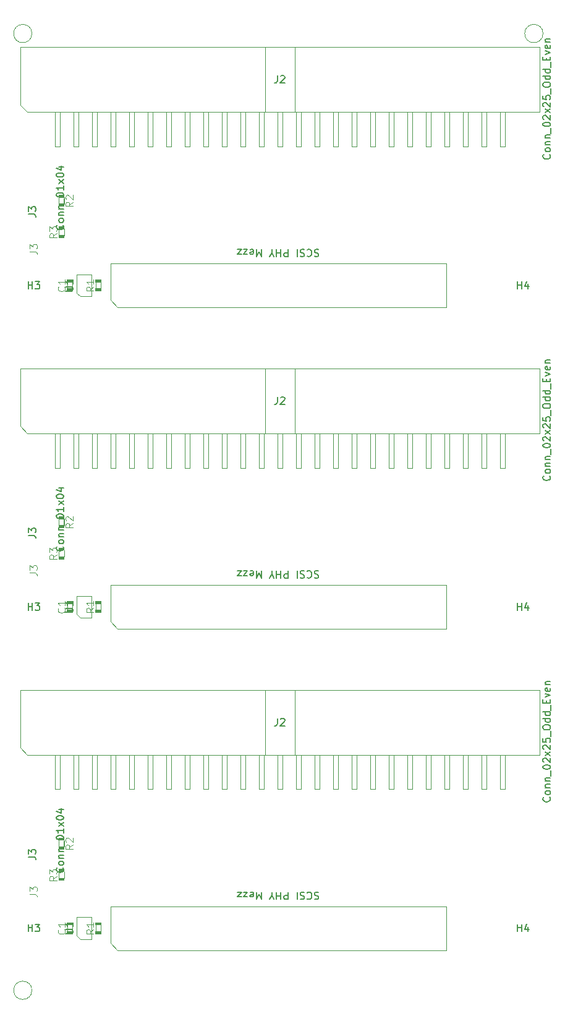
<source format=gbr>
G04 #@! TF.GenerationSoftware,KiCad,Pcbnew,8.0.6*
G04 #@! TF.CreationDate,2024-11-07T02:26:55-08:00*
G04 #@! TF.ProjectId,hvd-50-idc-panel,6876642d-3530-42d6-9964-632d70616e65,1*
G04 #@! TF.SameCoordinates,Original*
G04 #@! TF.FileFunction,AssemblyDrawing,Top*
%FSLAX46Y46*%
G04 Gerber Fmt 4.6, Leading zero omitted, Abs format (unit mm)*
G04 Created by KiCad (PCBNEW 8.0.6) date 2024-11-07 02:26:55*
%MOMM*%
%LPD*%
G01*
G04 APERTURE LIST*
%ADD10C,0.150000*%
%ADD11C,0.100000*%
%ADD12C,0.050000*%
%ADD13C,0.000000*%
G04 APERTURE END LIST*
D10*
X-340420Y28934142D02*
X-292800Y28886523D01*
X-292800Y28886523D02*
X-245181Y28743666D01*
X-245181Y28743666D02*
X-245181Y28648428D01*
X-245181Y28648428D02*
X-292800Y28505571D01*
X-292800Y28505571D02*
X-388039Y28410333D01*
X-388039Y28410333D02*
X-483277Y28362714D01*
X-483277Y28362714D02*
X-673753Y28315095D01*
X-673753Y28315095D02*
X-816610Y28315095D01*
X-816610Y28315095D02*
X-1007086Y28362714D01*
X-1007086Y28362714D02*
X-1102324Y28410333D01*
X-1102324Y28410333D02*
X-1197562Y28505571D01*
X-1197562Y28505571D02*
X-1245181Y28648428D01*
X-1245181Y28648428D02*
X-1245181Y28743666D01*
X-1245181Y28743666D02*
X-1197562Y28886523D01*
X-1197562Y28886523D02*
X-1149943Y28934142D01*
X-245181Y29505571D02*
X-292800Y29410333D01*
X-292800Y29410333D02*
X-340420Y29362714D01*
X-340420Y29362714D02*
X-435658Y29315095D01*
X-435658Y29315095D02*
X-721372Y29315095D01*
X-721372Y29315095D02*
X-816610Y29362714D01*
X-816610Y29362714D02*
X-864229Y29410333D01*
X-864229Y29410333D02*
X-911848Y29505571D01*
X-911848Y29505571D02*
X-911848Y29648428D01*
X-911848Y29648428D02*
X-864229Y29743666D01*
X-864229Y29743666D02*
X-816610Y29791285D01*
X-816610Y29791285D02*
X-721372Y29838904D01*
X-721372Y29838904D02*
X-435658Y29838904D01*
X-435658Y29838904D02*
X-340420Y29791285D01*
X-340420Y29791285D02*
X-292800Y29743666D01*
X-292800Y29743666D02*
X-245181Y29648428D01*
X-245181Y29648428D02*
X-245181Y29505571D01*
X-911848Y30267476D02*
X-245181Y30267476D01*
X-816610Y30267476D02*
X-864229Y30315095D01*
X-864229Y30315095D02*
X-911848Y30410333D01*
X-911848Y30410333D02*
X-911848Y30553190D01*
X-911848Y30553190D02*
X-864229Y30648428D01*
X-864229Y30648428D02*
X-768991Y30696047D01*
X-768991Y30696047D02*
X-245181Y30696047D01*
X-911848Y31172238D02*
X-245181Y31172238D01*
X-816610Y31172238D02*
X-864229Y31219857D01*
X-864229Y31219857D02*
X-911848Y31315095D01*
X-911848Y31315095D02*
X-911848Y31457952D01*
X-911848Y31457952D02*
X-864229Y31553190D01*
X-864229Y31553190D02*
X-768991Y31600809D01*
X-768991Y31600809D02*
X-245181Y31600809D01*
X-149943Y31838904D02*
X-149943Y32600809D01*
X-1245181Y33029381D02*
X-1245181Y33124619D01*
X-1245181Y33124619D02*
X-1197562Y33219857D01*
X-1197562Y33219857D02*
X-1149943Y33267476D01*
X-1149943Y33267476D02*
X-1054705Y33315095D01*
X-1054705Y33315095D02*
X-864229Y33362714D01*
X-864229Y33362714D02*
X-626134Y33362714D01*
X-626134Y33362714D02*
X-435658Y33315095D01*
X-435658Y33315095D02*
X-340420Y33267476D01*
X-340420Y33267476D02*
X-292800Y33219857D01*
X-292800Y33219857D02*
X-245181Y33124619D01*
X-245181Y33124619D02*
X-245181Y33029381D01*
X-245181Y33029381D02*
X-292800Y32934143D01*
X-292800Y32934143D02*
X-340420Y32886524D01*
X-340420Y32886524D02*
X-435658Y32838905D01*
X-435658Y32838905D02*
X-626134Y32791286D01*
X-626134Y32791286D02*
X-864229Y32791286D01*
X-864229Y32791286D02*
X-1054705Y32838905D01*
X-1054705Y32838905D02*
X-1149943Y32886524D01*
X-1149943Y32886524D02*
X-1197562Y32934143D01*
X-1197562Y32934143D02*
X-1245181Y33029381D01*
X-1149943Y33743667D02*
X-1197562Y33791286D01*
X-1197562Y33791286D02*
X-1245181Y33886524D01*
X-1245181Y33886524D02*
X-1245181Y34124619D01*
X-1245181Y34124619D02*
X-1197562Y34219857D01*
X-1197562Y34219857D02*
X-1149943Y34267476D01*
X-1149943Y34267476D02*
X-1054705Y34315095D01*
X-1054705Y34315095D02*
X-959467Y34315095D01*
X-959467Y34315095D02*
X-816610Y34267476D01*
X-816610Y34267476D02*
X-245181Y33696048D01*
X-245181Y33696048D02*
X-245181Y34315095D01*
X-245181Y34648429D02*
X-911848Y35172238D01*
X-911848Y34648429D02*
X-245181Y35172238D01*
X-1149943Y35505572D02*
X-1197562Y35553191D01*
X-1197562Y35553191D02*
X-1245181Y35648429D01*
X-1245181Y35648429D02*
X-1245181Y35886524D01*
X-1245181Y35886524D02*
X-1197562Y35981762D01*
X-1197562Y35981762D02*
X-1149943Y36029381D01*
X-1149943Y36029381D02*
X-1054705Y36077000D01*
X-1054705Y36077000D02*
X-959467Y36077000D01*
X-959467Y36077000D02*
X-816610Y36029381D01*
X-816610Y36029381D02*
X-245181Y35457953D01*
X-245181Y35457953D02*
X-245181Y36077000D01*
X-1245181Y36981762D02*
X-1245181Y36505572D01*
X-1245181Y36505572D02*
X-768991Y36457953D01*
X-768991Y36457953D02*
X-816610Y36505572D01*
X-816610Y36505572D02*
X-864229Y36600810D01*
X-864229Y36600810D02*
X-864229Y36838905D01*
X-864229Y36838905D02*
X-816610Y36934143D01*
X-816610Y36934143D02*
X-768991Y36981762D01*
X-768991Y36981762D02*
X-673753Y37029381D01*
X-673753Y37029381D02*
X-435658Y37029381D01*
X-435658Y37029381D02*
X-340420Y36981762D01*
X-340420Y36981762D02*
X-292800Y36934143D01*
X-292800Y36934143D02*
X-245181Y36838905D01*
X-245181Y36838905D02*
X-245181Y36600810D01*
X-245181Y36600810D02*
X-292800Y36505572D01*
X-292800Y36505572D02*
X-340420Y36457953D01*
X-149943Y37219857D02*
X-149943Y37981762D01*
X-1245181Y38410334D02*
X-1245181Y38600810D01*
X-1245181Y38600810D02*
X-1197562Y38696048D01*
X-1197562Y38696048D02*
X-1102324Y38791286D01*
X-1102324Y38791286D02*
X-911848Y38838905D01*
X-911848Y38838905D02*
X-578515Y38838905D01*
X-578515Y38838905D02*
X-388039Y38791286D01*
X-388039Y38791286D02*
X-292800Y38696048D01*
X-292800Y38696048D02*
X-245181Y38600810D01*
X-245181Y38600810D02*
X-245181Y38410334D01*
X-245181Y38410334D02*
X-292800Y38315096D01*
X-292800Y38315096D02*
X-388039Y38219858D01*
X-388039Y38219858D02*
X-578515Y38172239D01*
X-578515Y38172239D02*
X-911848Y38172239D01*
X-911848Y38172239D02*
X-1102324Y38219858D01*
X-1102324Y38219858D02*
X-1197562Y38315096D01*
X-1197562Y38315096D02*
X-1245181Y38410334D01*
X-245181Y39696048D02*
X-1245181Y39696048D01*
X-292800Y39696048D02*
X-245181Y39600810D01*
X-245181Y39600810D02*
X-245181Y39410334D01*
X-245181Y39410334D02*
X-292800Y39315096D01*
X-292800Y39315096D02*
X-340420Y39267477D01*
X-340420Y39267477D02*
X-435658Y39219858D01*
X-435658Y39219858D02*
X-721372Y39219858D01*
X-721372Y39219858D02*
X-816610Y39267477D01*
X-816610Y39267477D02*
X-864229Y39315096D01*
X-864229Y39315096D02*
X-911848Y39410334D01*
X-911848Y39410334D02*
X-911848Y39600810D01*
X-911848Y39600810D02*
X-864229Y39696048D01*
X-245181Y40600810D02*
X-1245181Y40600810D01*
X-292800Y40600810D02*
X-245181Y40505572D01*
X-245181Y40505572D02*
X-245181Y40315096D01*
X-245181Y40315096D02*
X-292800Y40219858D01*
X-292800Y40219858D02*
X-340420Y40172239D01*
X-340420Y40172239D02*
X-435658Y40124620D01*
X-435658Y40124620D02*
X-721372Y40124620D01*
X-721372Y40124620D02*
X-816610Y40172239D01*
X-816610Y40172239D02*
X-864229Y40219858D01*
X-864229Y40219858D02*
X-911848Y40315096D01*
X-911848Y40315096D02*
X-911848Y40505572D01*
X-911848Y40505572D02*
X-864229Y40600810D01*
X-149943Y40838905D02*
X-149943Y41600810D01*
X-768991Y41838906D02*
X-768991Y42172239D01*
X-245181Y42315096D02*
X-245181Y41838906D01*
X-245181Y41838906D02*
X-1245181Y41838906D01*
X-1245181Y41838906D02*
X-1245181Y42315096D01*
X-911848Y42648430D02*
X-245181Y42886525D01*
X-245181Y42886525D02*
X-911848Y43124620D01*
X-292800Y43886525D02*
X-245181Y43791287D01*
X-245181Y43791287D02*
X-245181Y43600811D01*
X-245181Y43600811D02*
X-292800Y43505573D01*
X-292800Y43505573D02*
X-388039Y43457954D01*
X-388039Y43457954D02*
X-768991Y43457954D01*
X-768991Y43457954D02*
X-864229Y43505573D01*
X-864229Y43505573D02*
X-911848Y43600811D01*
X-911848Y43600811D02*
X-911848Y43791287D01*
X-911848Y43791287D02*
X-864229Y43886525D01*
X-864229Y43886525D02*
X-768991Y43934144D01*
X-768991Y43934144D02*
X-673753Y43934144D01*
X-673753Y43934144D02*
X-578515Y43457954D01*
X-911848Y44362716D02*
X-245181Y44362716D01*
X-816610Y44362716D02*
X-864229Y44410335D01*
X-864229Y44410335D02*
X-911848Y44505573D01*
X-911848Y44505573D02*
X-911848Y44648430D01*
X-911848Y44648430D02*
X-864229Y44743668D01*
X-864229Y44743668D02*
X-768991Y44791287D01*
X-768991Y44791287D02*
X-245181Y44791287D01*
X-37613334Y39737181D02*
X-37613334Y39022896D01*
X-37613334Y39022896D02*
X-37660953Y38880039D01*
X-37660953Y38880039D02*
X-37756191Y38784800D01*
X-37756191Y38784800D02*
X-37899048Y38737181D01*
X-37899048Y38737181D02*
X-37994286Y38737181D01*
X-37184762Y39641943D02*
X-37137143Y39689562D01*
X-37137143Y39689562D02*
X-37041905Y39737181D01*
X-37041905Y39737181D02*
X-36803810Y39737181D01*
X-36803810Y39737181D02*
X-36708572Y39689562D01*
X-36708572Y39689562D02*
X-36660953Y39641943D01*
X-36660953Y39641943D02*
X-36613334Y39546705D01*
X-36613334Y39546705D02*
X-36613334Y39451467D01*
X-36613334Y39451467D02*
X-36660953Y39308610D01*
X-36660953Y39308610D02*
X-37232381Y38737181D01*
X-37232381Y38737181D02*
X-36613334Y38737181D01*
X-71761905Y10547181D02*
X-71761905Y11547181D01*
X-71761905Y11070991D02*
X-71190477Y11070991D01*
X-71190477Y10547181D02*
X-71190477Y11547181D01*
X-70809524Y11547181D02*
X-70190477Y11547181D01*
X-70190477Y11547181D02*
X-70523810Y11166229D01*
X-70523810Y11166229D02*
X-70380953Y11166229D01*
X-70380953Y11166229D02*
X-70285715Y11118610D01*
X-70285715Y11118610D02*
X-70238096Y11070991D01*
X-70238096Y11070991D02*
X-70190477Y10975753D01*
X-70190477Y10975753D02*
X-70190477Y10737658D01*
X-70190477Y10737658D02*
X-70238096Y10642420D01*
X-70238096Y10642420D02*
X-70285715Y10594800D01*
X-70285715Y10594800D02*
X-70380953Y10547181D01*
X-70380953Y10547181D02*
X-70666667Y10547181D01*
X-70666667Y10547181D02*
X-70761905Y10594800D01*
X-70761905Y10594800D02*
X-70809524Y10642420D01*
D11*
X-62792580Y98835334D02*
X-63268771Y98502001D01*
X-62792580Y98263906D02*
X-63792580Y98263906D01*
X-63792580Y98263906D02*
X-63792580Y98644858D01*
X-63792580Y98644858D02*
X-63744961Y98740096D01*
X-63744961Y98740096D02*
X-63697342Y98787715D01*
X-63697342Y98787715D02*
X-63602104Y98835334D01*
X-63602104Y98835334D02*
X-63459247Y98835334D01*
X-63459247Y98835334D02*
X-63364009Y98787715D01*
X-63364009Y98787715D02*
X-63316390Y98740096D01*
X-63316390Y98740096D02*
X-63268771Y98644858D01*
X-63268771Y98644858D02*
X-63268771Y98263906D01*
X-62792580Y99787715D02*
X-62792580Y99216287D01*
X-62792580Y99502001D02*
X-63792580Y99502001D01*
X-63792580Y99502001D02*
X-63649723Y99406763D01*
X-63649723Y99406763D02*
X-63554485Y99311525D01*
X-63554485Y99311525D02*
X-63506866Y99216287D01*
X-65642582Y22435334D02*
X-66118773Y22102001D01*
X-65642582Y21863906D02*
X-66642582Y21863906D01*
X-66642582Y21863906D02*
X-66642582Y22244858D01*
X-66642582Y22244858D02*
X-66594963Y22340096D01*
X-66594963Y22340096D02*
X-66547344Y22387715D01*
X-66547344Y22387715D02*
X-66452106Y22435334D01*
X-66452106Y22435334D02*
X-66309249Y22435334D01*
X-66309249Y22435334D02*
X-66214011Y22387715D01*
X-66214011Y22387715D02*
X-66166392Y22340096D01*
X-66166392Y22340096D02*
X-66118773Y22244858D01*
X-66118773Y22244858D02*
X-66118773Y21863906D01*
X-66547344Y22816287D02*
X-66594963Y22863906D01*
X-66594963Y22863906D02*
X-66642582Y22959144D01*
X-66642582Y22959144D02*
X-66642582Y23197239D01*
X-66642582Y23197239D02*
X-66594963Y23292477D01*
X-66594963Y23292477D02*
X-66547344Y23340096D01*
X-66547344Y23340096D02*
X-66452106Y23387715D01*
X-66452106Y23387715D02*
X-66356868Y23387715D01*
X-66356868Y23387715D02*
X-66214011Y23340096D01*
X-66214011Y23340096D02*
X-65642582Y22768668D01*
X-65642582Y22768668D02*
X-65642582Y23387715D01*
X-65642582Y66435334D02*
X-66118773Y66102001D01*
X-65642582Y65863906D02*
X-66642582Y65863906D01*
X-66642582Y65863906D02*
X-66642582Y66244858D01*
X-66642582Y66244858D02*
X-66594963Y66340096D01*
X-66594963Y66340096D02*
X-66547344Y66387715D01*
X-66547344Y66387715D02*
X-66452106Y66435334D01*
X-66452106Y66435334D02*
X-66309249Y66435334D01*
X-66309249Y66435334D02*
X-66214011Y66387715D01*
X-66214011Y66387715D02*
X-66166392Y66340096D01*
X-66166392Y66340096D02*
X-66118773Y66244858D01*
X-66118773Y66244858D02*
X-66118773Y65863906D01*
X-66547344Y66816287D02*
X-66594963Y66863906D01*
X-66594963Y66863906D02*
X-66642582Y66959144D01*
X-66642582Y66959144D02*
X-66642582Y67197239D01*
X-66642582Y67197239D02*
X-66594963Y67292477D01*
X-66594963Y67292477D02*
X-66547344Y67340096D01*
X-66547344Y67340096D02*
X-66452106Y67387715D01*
X-66452106Y67387715D02*
X-66356868Y67387715D01*
X-66356868Y67387715D02*
X-66214011Y67340096D01*
X-66214011Y67340096D02*
X-65642582Y66768668D01*
X-65642582Y66768668D02*
X-65642582Y67387715D01*
X-67842580Y106135334D02*
X-68318771Y105802001D01*
X-67842580Y105563906D02*
X-68842580Y105563906D01*
X-68842580Y105563906D02*
X-68842580Y105944858D01*
X-68842580Y105944858D02*
X-68794961Y106040096D01*
X-68794961Y106040096D02*
X-68747342Y106087715D01*
X-68747342Y106087715D02*
X-68652104Y106135334D01*
X-68652104Y106135334D02*
X-68509247Y106135334D01*
X-68509247Y106135334D02*
X-68414009Y106087715D01*
X-68414009Y106087715D02*
X-68366390Y106040096D01*
X-68366390Y106040096D02*
X-68318771Y105944858D01*
X-68318771Y105944858D02*
X-68318771Y105563906D01*
X-68842580Y106468668D02*
X-68842580Y107087715D01*
X-68842580Y107087715D02*
X-68461628Y106754382D01*
X-68461628Y106754382D02*
X-68461628Y106897239D01*
X-68461628Y106897239D02*
X-68414009Y106992477D01*
X-68414009Y106992477D02*
X-68366390Y107040096D01*
X-68366390Y107040096D02*
X-68271152Y107087715D01*
X-68271152Y107087715D02*
X-68033057Y107087715D01*
X-68033057Y107087715D02*
X-67937819Y107040096D01*
X-67937819Y107040096D02*
X-67890199Y106992477D01*
X-67890199Y106992477D02*
X-67842580Y106897239D01*
X-67842580Y106897239D02*
X-67842580Y106611525D01*
X-67842580Y106611525D02*
X-67890199Y106516287D01*
X-67890199Y106516287D02*
X-67937819Y106468668D01*
X-71542581Y103668667D02*
X-70828296Y103668667D01*
X-70828296Y103668667D02*
X-70685439Y103621048D01*
X-70685439Y103621048D02*
X-70590200Y103525810D01*
X-70590200Y103525810D02*
X-70542581Y103382953D01*
X-70542581Y103382953D02*
X-70542581Y103287715D01*
X-71542581Y104049620D02*
X-71542581Y104668667D01*
X-71542581Y104668667D02*
X-71161629Y104335334D01*
X-71161629Y104335334D02*
X-71161629Y104478191D01*
X-71161629Y104478191D02*
X-71114010Y104573429D01*
X-71114010Y104573429D02*
X-71066391Y104621048D01*
X-71066391Y104621048D02*
X-70971153Y104668667D01*
X-70971153Y104668667D02*
X-70733058Y104668667D01*
X-70733058Y104668667D02*
X-70637820Y104621048D01*
X-70637820Y104621048D02*
X-70590200Y104573429D01*
X-70590200Y104573429D02*
X-70542581Y104478191D01*
X-70542581Y104478191D02*
X-70542581Y104192477D01*
X-70542581Y104192477D02*
X-70590200Y104097239D01*
X-70590200Y104097239D02*
X-70637820Y104049620D01*
D10*
X-67000421Y107273905D02*
X-66952801Y107226286D01*
X-66952801Y107226286D02*
X-66905182Y107083429D01*
X-66905182Y107083429D02*
X-66905182Y106988191D01*
X-66905182Y106988191D02*
X-66952801Y106845334D01*
X-66952801Y106845334D02*
X-67048040Y106750096D01*
X-67048040Y106750096D02*
X-67143278Y106702477D01*
X-67143278Y106702477D02*
X-67333754Y106654858D01*
X-67333754Y106654858D02*
X-67476611Y106654858D01*
X-67476611Y106654858D02*
X-67667087Y106702477D01*
X-67667087Y106702477D02*
X-67762325Y106750096D01*
X-67762325Y106750096D02*
X-67857563Y106845334D01*
X-67857563Y106845334D02*
X-67905182Y106988191D01*
X-67905182Y106988191D02*
X-67905182Y107083429D01*
X-67905182Y107083429D02*
X-67857563Y107226286D01*
X-67857563Y107226286D02*
X-67809944Y107273905D01*
X-66905182Y107845334D02*
X-66952801Y107750096D01*
X-66952801Y107750096D02*
X-67000421Y107702477D01*
X-67000421Y107702477D02*
X-67095659Y107654858D01*
X-67095659Y107654858D02*
X-67381373Y107654858D01*
X-67381373Y107654858D02*
X-67476611Y107702477D01*
X-67476611Y107702477D02*
X-67524230Y107750096D01*
X-67524230Y107750096D02*
X-67571849Y107845334D01*
X-67571849Y107845334D02*
X-67571849Y107988191D01*
X-67571849Y107988191D02*
X-67524230Y108083429D01*
X-67524230Y108083429D02*
X-67476611Y108131048D01*
X-67476611Y108131048D02*
X-67381373Y108178667D01*
X-67381373Y108178667D02*
X-67095659Y108178667D01*
X-67095659Y108178667D02*
X-67000421Y108131048D01*
X-67000421Y108131048D02*
X-66952801Y108083429D01*
X-66952801Y108083429D02*
X-66905182Y107988191D01*
X-66905182Y107988191D02*
X-66905182Y107845334D01*
X-67571849Y108607239D02*
X-66905182Y108607239D01*
X-67476611Y108607239D02*
X-67524230Y108654858D01*
X-67524230Y108654858D02*
X-67571849Y108750096D01*
X-67571849Y108750096D02*
X-67571849Y108892953D01*
X-67571849Y108892953D02*
X-67524230Y108988191D01*
X-67524230Y108988191D02*
X-67428992Y109035810D01*
X-67428992Y109035810D02*
X-66905182Y109035810D01*
X-67571849Y109512001D02*
X-66905182Y109512001D01*
X-67476611Y109512001D02*
X-67524230Y109559620D01*
X-67524230Y109559620D02*
X-67571849Y109654858D01*
X-67571849Y109654858D02*
X-67571849Y109797715D01*
X-67571849Y109797715D02*
X-67524230Y109892953D01*
X-67524230Y109892953D02*
X-67428992Y109940572D01*
X-67428992Y109940572D02*
X-66905182Y109940572D01*
X-66809944Y110178667D02*
X-66809944Y110940572D01*
X-67905182Y111369144D02*
X-67905182Y111464382D01*
X-67905182Y111464382D02*
X-67857563Y111559620D01*
X-67857563Y111559620D02*
X-67809944Y111607239D01*
X-67809944Y111607239D02*
X-67714706Y111654858D01*
X-67714706Y111654858D02*
X-67524230Y111702477D01*
X-67524230Y111702477D02*
X-67286135Y111702477D01*
X-67286135Y111702477D02*
X-67095659Y111654858D01*
X-67095659Y111654858D02*
X-67000421Y111607239D01*
X-67000421Y111607239D02*
X-66952801Y111559620D01*
X-66952801Y111559620D02*
X-66905182Y111464382D01*
X-66905182Y111464382D02*
X-66905182Y111369144D01*
X-66905182Y111369144D02*
X-66952801Y111273906D01*
X-66952801Y111273906D02*
X-67000421Y111226287D01*
X-67000421Y111226287D02*
X-67095659Y111178668D01*
X-67095659Y111178668D02*
X-67286135Y111131049D01*
X-67286135Y111131049D02*
X-67524230Y111131049D01*
X-67524230Y111131049D02*
X-67714706Y111178668D01*
X-67714706Y111178668D02*
X-67809944Y111226287D01*
X-67809944Y111226287D02*
X-67857563Y111273906D01*
X-67857563Y111273906D02*
X-67905182Y111369144D01*
X-66905182Y112654858D02*
X-66905182Y112083430D01*
X-66905182Y112369144D02*
X-67905182Y112369144D01*
X-67905182Y112369144D02*
X-67762325Y112273906D01*
X-67762325Y112273906D02*
X-67667087Y112178668D01*
X-67667087Y112178668D02*
X-67619468Y112083430D01*
X-66905182Y112988192D02*
X-67571849Y113512001D01*
X-67571849Y112988192D02*
X-66905182Y113512001D01*
X-67905182Y114083430D02*
X-67905182Y114178668D01*
X-67905182Y114178668D02*
X-67857563Y114273906D01*
X-67857563Y114273906D02*
X-67809944Y114321525D01*
X-67809944Y114321525D02*
X-67714706Y114369144D01*
X-67714706Y114369144D02*
X-67524230Y114416763D01*
X-67524230Y114416763D02*
X-67286135Y114416763D01*
X-67286135Y114416763D02*
X-67095659Y114369144D01*
X-67095659Y114369144D02*
X-67000421Y114321525D01*
X-67000421Y114321525D02*
X-66952801Y114273906D01*
X-66952801Y114273906D02*
X-66905182Y114178668D01*
X-66905182Y114178668D02*
X-66905182Y114083430D01*
X-66905182Y114083430D02*
X-66952801Y113988192D01*
X-66952801Y113988192D02*
X-67000421Y113940573D01*
X-67000421Y113940573D02*
X-67095659Y113892954D01*
X-67095659Y113892954D02*
X-67286135Y113845335D01*
X-67286135Y113845335D02*
X-67524230Y113845335D01*
X-67524230Y113845335D02*
X-67714706Y113892954D01*
X-67714706Y113892954D02*
X-67809944Y113940573D01*
X-67809944Y113940573D02*
X-67857563Y113988192D01*
X-67857563Y113988192D02*
X-67905182Y114083430D01*
X-67571849Y115273906D02*
X-66905182Y115273906D01*
X-67952801Y115035811D02*
X-67238516Y114797716D01*
X-67238516Y114797716D02*
X-67238516Y115416763D01*
X-71715181Y108773667D02*
X-71000896Y108773667D01*
X-71000896Y108773667D02*
X-70858039Y108726048D01*
X-70858039Y108726048D02*
X-70762800Y108630810D01*
X-70762800Y108630810D02*
X-70715181Y108487953D01*
X-70715181Y108487953D02*
X-70715181Y108392715D01*
X-71715181Y109154620D02*
X-71715181Y109773667D01*
X-71715181Y109773667D02*
X-71334229Y109440334D01*
X-71334229Y109440334D02*
X-71334229Y109583191D01*
X-71334229Y109583191D02*
X-71286610Y109678429D01*
X-71286610Y109678429D02*
X-71238991Y109726048D01*
X-71238991Y109726048D02*
X-71143753Y109773667D01*
X-71143753Y109773667D02*
X-70905658Y109773667D01*
X-70905658Y109773667D02*
X-70810420Y109726048D01*
X-70810420Y109726048D02*
X-70762800Y109678429D01*
X-70762800Y109678429D02*
X-70715181Y109583191D01*
X-70715181Y109583191D02*
X-70715181Y109297477D01*
X-70715181Y109297477D02*
X-70762800Y109202239D01*
X-70762800Y109202239D02*
X-70810420Y109154620D01*
X-340420Y116934142D02*
X-292800Y116886523D01*
X-292800Y116886523D02*
X-245181Y116743666D01*
X-245181Y116743666D02*
X-245181Y116648428D01*
X-245181Y116648428D02*
X-292800Y116505571D01*
X-292800Y116505571D02*
X-388039Y116410333D01*
X-388039Y116410333D02*
X-483277Y116362714D01*
X-483277Y116362714D02*
X-673753Y116315095D01*
X-673753Y116315095D02*
X-816610Y116315095D01*
X-816610Y116315095D02*
X-1007086Y116362714D01*
X-1007086Y116362714D02*
X-1102324Y116410333D01*
X-1102324Y116410333D02*
X-1197562Y116505571D01*
X-1197562Y116505571D02*
X-1245181Y116648428D01*
X-1245181Y116648428D02*
X-1245181Y116743666D01*
X-1245181Y116743666D02*
X-1197562Y116886523D01*
X-1197562Y116886523D02*
X-1149943Y116934142D01*
X-245181Y117505571D02*
X-292800Y117410333D01*
X-292800Y117410333D02*
X-340420Y117362714D01*
X-340420Y117362714D02*
X-435658Y117315095D01*
X-435658Y117315095D02*
X-721372Y117315095D01*
X-721372Y117315095D02*
X-816610Y117362714D01*
X-816610Y117362714D02*
X-864229Y117410333D01*
X-864229Y117410333D02*
X-911848Y117505571D01*
X-911848Y117505571D02*
X-911848Y117648428D01*
X-911848Y117648428D02*
X-864229Y117743666D01*
X-864229Y117743666D02*
X-816610Y117791285D01*
X-816610Y117791285D02*
X-721372Y117838904D01*
X-721372Y117838904D02*
X-435658Y117838904D01*
X-435658Y117838904D02*
X-340420Y117791285D01*
X-340420Y117791285D02*
X-292800Y117743666D01*
X-292800Y117743666D02*
X-245181Y117648428D01*
X-245181Y117648428D02*
X-245181Y117505571D01*
X-911848Y118267476D02*
X-245181Y118267476D01*
X-816610Y118267476D02*
X-864229Y118315095D01*
X-864229Y118315095D02*
X-911848Y118410333D01*
X-911848Y118410333D02*
X-911848Y118553190D01*
X-911848Y118553190D02*
X-864229Y118648428D01*
X-864229Y118648428D02*
X-768991Y118696047D01*
X-768991Y118696047D02*
X-245181Y118696047D01*
X-911848Y119172238D02*
X-245181Y119172238D01*
X-816610Y119172238D02*
X-864229Y119219857D01*
X-864229Y119219857D02*
X-911848Y119315095D01*
X-911848Y119315095D02*
X-911848Y119457952D01*
X-911848Y119457952D02*
X-864229Y119553190D01*
X-864229Y119553190D02*
X-768991Y119600809D01*
X-768991Y119600809D02*
X-245181Y119600809D01*
X-149943Y119838904D02*
X-149943Y120600809D01*
X-1245181Y121029381D02*
X-1245181Y121124619D01*
X-1245181Y121124619D02*
X-1197562Y121219857D01*
X-1197562Y121219857D02*
X-1149943Y121267476D01*
X-1149943Y121267476D02*
X-1054705Y121315095D01*
X-1054705Y121315095D02*
X-864229Y121362714D01*
X-864229Y121362714D02*
X-626134Y121362714D01*
X-626134Y121362714D02*
X-435658Y121315095D01*
X-435658Y121315095D02*
X-340420Y121267476D01*
X-340420Y121267476D02*
X-292800Y121219857D01*
X-292800Y121219857D02*
X-245181Y121124619D01*
X-245181Y121124619D02*
X-245181Y121029381D01*
X-245181Y121029381D02*
X-292800Y120934143D01*
X-292800Y120934143D02*
X-340420Y120886524D01*
X-340420Y120886524D02*
X-435658Y120838905D01*
X-435658Y120838905D02*
X-626134Y120791286D01*
X-626134Y120791286D02*
X-864229Y120791286D01*
X-864229Y120791286D02*
X-1054705Y120838905D01*
X-1054705Y120838905D02*
X-1149943Y120886524D01*
X-1149943Y120886524D02*
X-1197562Y120934143D01*
X-1197562Y120934143D02*
X-1245181Y121029381D01*
X-1149943Y121743667D02*
X-1197562Y121791286D01*
X-1197562Y121791286D02*
X-1245181Y121886524D01*
X-1245181Y121886524D02*
X-1245181Y122124619D01*
X-1245181Y122124619D02*
X-1197562Y122219857D01*
X-1197562Y122219857D02*
X-1149943Y122267476D01*
X-1149943Y122267476D02*
X-1054705Y122315095D01*
X-1054705Y122315095D02*
X-959467Y122315095D01*
X-959467Y122315095D02*
X-816610Y122267476D01*
X-816610Y122267476D02*
X-245181Y121696048D01*
X-245181Y121696048D02*
X-245181Y122315095D01*
X-245181Y122648429D02*
X-911848Y123172238D01*
X-911848Y122648429D02*
X-245181Y123172238D01*
X-1149943Y123505572D02*
X-1197562Y123553191D01*
X-1197562Y123553191D02*
X-1245181Y123648429D01*
X-1245181Y123648429D02*
X-1245181Y123886524D01*
X-1245181Y123886524D02*
X-1197562Y123981762D01*
X-1197562Y123981762D02*
X-1149943Y124029381D01*
X-1149943Y124029381D02*
X-1054705Y124077000D01*
X-1054705Y124077000D02*
X-959467Y124077000D01*
X-959467Y124077000D02*
X-816610Y124029381D01*
X-816610Y124029381D02*
X-245181Y123457953D01*
X-245181Y123457953D02*
X-245181Y124077000D01*
X-1245181Y124981762D02*
X-1245181Y124505572D01*
X-1245181Y124505572D02*
X-768991Y124457953D01*
X-768991Y124457953D02*
X-816610Y124505572D01*
X-816610Y124505572D02*
X-864229Y124600810D01*
X-864229Y124600810D02*
X-864229Y124838905D01*
X-864229Y124838905D02*
X-816610Y124934143D01*
X-816610Y124934143D02*
X-768991Y124981762D01*
X-768991Y124981762D02*
X-673753Y125029381D01*
X-673753Y125029381D02*
X-435658Y125029381D01*
X-435658Y125029381D02*
X-340420Y124981762D01*
X-340420Y124981762D02*
X-292800Y124934143D01*
X-292800Y124934143D02*
X-245181Y124838905D01*
X-245181Y124838905D02*
X-245181Y124600810D01*
X-245181Y124600810D02*
X-292800Y124505572D01*
X-292800Y124505572D02*
X-340420Y124457953D01*
X-149943Y125219857D02*
X-149943Y125981762D01*
X-1245181Y126410334D02*
X-1245181Y126600810D01*
X-1245181Y126600810D02*
X-1197562Y126696048D01*
X-1197562Y126696048D02*
X-1102324Y126791286D01*
X-1102324Y126791286D02*
X-911848Y126838905D01*
X-911848Y126838905D02*
X-578515Y126838905D01*
X-578515Y126838905D02*
X-388039Y126791286D01*
X-388039Y126791286D02*
X-292800Y126696048D01*
X-292800Y126696048D02*
X-245181Y126600810D01*
X-245181Y126600810D02*
X-245181Y126410334D01*
X-245181Y126410334D02*
X-292800Y126315096D01*
X-292800Y126315096D02*
X-388039Y126219858D01*
X-388039Y126219858D02*
X-578515Y126172239D01*
X-578515Y126172239D02*
X-911848Y126172239D01*
X-911848Y126172239D02*
X-1102324Y126219858D01*
X-1102324Y126219858D02*
X-1197562Y126315096D01*
X-1197562Y126315096D02*
X-1245181Y126410334D01*
X-245181Y127696048D02*
X-1245181Y127696048D01*
X-292800Y127696048D02*
X-245181Y127600810D01*
X-245181Y127600810D02*
X-245181Y127410334D01*
X-245181Y127410334D02*
X-292800Y127315096D01*
X-292800Y127315096D02*
X-340420Y127267477D01*
X-340420Y127267477D02*
X-435658Y127219858D01*
X-435658Y127219858D02*
X-721372Y127219858D01*
X-721372Y127219858D02*
X-816610Y127267477D01*
X-816610Y127267477D02*
X-864229Y127315096D01*
X-864229Y127315096D02*
X-911848Y127410334D01*
X-911848Y127410334D02*
X-911848Y127600810D01*
X-911848Y127600810D02*
X-864229Y127696048D01*
X-245181Y128600810D02*
X-1245181Y128600810D01*
X-292800Y128600810D02*
X-245181Y128505572D01*
X-245181Y128505572D02*
X-245181Y128315096D01*
X-245181Y128315096D02*
X-292800Y128219858D01*
X-292800Y128219858D02*
X-340420Y128172239D01*
X-340420Y128172239D02*
X-435658Y128124620D01*
X-435658Y128124620D02*
X-721372Y128124620D01*
X-721372Y128124620D02*
X-816610Y128172239D01*
X-816610Y128172239D02*
X-864229Y128219858D01*
X-864229Y128219858D02*
X-911848Y128315096D01*
X-911848Y128315096D02*
X-911848Y128505572D01*
X-911848Y128505572D02*
X-864229Y128600810D01*
X-149943Y128838905D02*
X-149943Y129600810D01*
X-768991Y129838906D02*
X-768991Y130172239D01*
X-245181Y130315096D02*
X-245181Y129838906D01*
X-245181Y129838906D02*
X-1245181Y129838906D01*
X-1245181Y129838906D02*
X-1245181Y130315096D01*
X-911848Y130648430D02*
X-245181Y130886525D01*
X-245181Y130886525D02*
X-911848Y131124620D01*
X-292800Y131886525D02*
X-245181Y131791287D01*
X-245181Y131791287D02*
X-245181Y131600811D01*
X-245181Y131600811D02*
X-292800Y131505573D01*
X-292800Y131505573D02*
X-388039Y131457954D01*
X-388039Y131457954D02*
X-768991Y131457954D01*
X-768991Y131457954D02*
X-864229Y131505573D01*
X-864229Y131505573D02*
X-911848Y131600811D01*
X-911848Y131600811D02*
X-911848Y131791287D01*
X-911848Y131791287D02*
X-864229Y131886525D01*
X-864229Y131886525D02*
X-768991Y131934144D01*
X-768991Y131934144D02*
X-673753Y131934144D01*
X-673753Y131934144D02*
X-578515Y131457954D01*
X-911848Y132362716D02*
X-245181Y132362716D01*
X-816610Y132362716D02*
X-864229Y132410335D01*
X-864229Y132410335D02*
X-911848Y132505573D01*
X-911848Y132505573D02*
X-911848Y132648430D01*
X-911848Y132648430D02*
X-864229Y132743668D01*
X-864229Y132743668D02*
X-768991Y132791287D01*
X-768991Y132791287D02*
X-245181Y132791287D01*
X-37613334Y127737181D02*
X-37613334Y127022896D01*
X-37613334Y127022896D02*
X-37660953Y126880039D01*
X-37660953Y126880039D02*
X-37756191Y126784800D01*
X-37756191Y126784800D02*
X-37899048Y126737181D01*
X-37899048Y126737181D02*
X-37994286Y126737181D01*
X-37184762Y127641943D02*
X-37137143Y127689562D01*
X-37137143Y127689562D02*
X-37041905Y127737181D01*
X-37041905Y127737181D02*
X-36803810Y127737181D01*
X-36803810Y127737181D02*
X-36708572Y127689562D01*
X-36708572Y127689562D02*
X-36660953Y127641943D01*
X-36660953Y127641943D02*
X-36613334Y127546705D01*
X-36613334Y127546705D02*
X-36613334Y127451467D01*
X-36613334Y127451467D02*
X-36660953Y127308610D01*
X-36660953Y127308610D02*
X-37232381Y126737181D01*
X-37232381Y126737181D02*
X-36613334Y126737181D01*
X-66645182Y54240096D02*
X-65835659Y54240096D01*
X-65835659Y54240096D02*
X-65740421Y54287715D01*
X-65740421Y54287715D02*
X-65692801Y54335334D01*
X-65692801Y54335334D02*
X-65645182Y54430572D01*
X-65645182Y54430572D02*
X-65645182Y54621048D01*
X-65645182Y54621048D02*
X-65692801Y54716286D01*
X-65692801Y54716286D02*
X-65740421Y54763905D01*
X-65740421Y54763905D02*
X-65835659Y54811524D01*
X-65835659Y54811524D02*
X-66645182Y54811524D01*
X-65645182Y55811524D02*
X-65645182Y55240096D01*
X-65645182Y55525810D02*
X-66645182Y55525810D01*
X-66645182Y55525810D02*
X-66502325Y55430572D01*
X-66502325Y55430572D02*
X-66407087Y55335334D01*
X-66407087Y55335334D02*
X-66359468Y55240096D01*
X-71761905Y98547181D02*
X-71761905Y99547181D01*
X-71761905Y99070991D02*
X-71190477Y99070991D01*
X-71190477Y98547181D02*
X-71190477Y99547181D01*
X-70809524Y99547181D02*
X-70190477Y99547181D01*
X-70190477Y99547181D02*
X-70523810Y99166229D01*
X-70523810Y99166229D02*
X-70380953Y99166229D01*
X-70380953Y99166229D02*
X-70285715Y99118610D01*
X-70285715Y99118610D02*
X-70238096Y99070991D01*
X-70238096Y99070991D02*
X-70190477Y98975753D01*
X-70190477Y98975753D02*
X-70190477Y98737658D01*
X-70190477Y98737658D02*
X-70238096Y98642420D01*
X-70238096Y98642420D02*
X-70285715Y98594800D01*
X-70285715Y98594800D02*
X-70380953Y98547181D01*
X-70380953Y98547181D02*
X-70666667Y98547181D01*
X-70666667Y98547181D02*
X-70761905Y98594800D01*
X-70761905Y98594800D02*
X-70809524Y98642420D01*
D11*
X-67842580Y62135334D02*
X-68318771Y61802001D01*
X-67842580Y61563906D02*
X-68842580Y61563906D01*
X-68842580Y61563906D02*
X-68842580Y61944858D01*
X-68842580Y61944858D02*
X-68794961Y62040096D01*
X-68794961Y62040096D02*
X-68747342Y62087715D01*
X-68747342Y62087715D02*
X-68652104Y62135334D01*
X-68652104Y62135334D02*
X-68509247Y62135334D01*
X-68509247Y62135334D02*
X-68414009Y62087715D01*
X-68414009Y62087715D02*
X-68366390Y62040096D01*
X-68366390Y62040096D02*
X-68318771Y61944858D01*
X-68318771Y61944858D02*
X-68318771Y61563906D01*
X-68842580Y62468668D02*
X-68842580Y63087715D01*
X-68842580Y63087715D02*
X-68461628Y62754382D01*
X-68461628Y62754382D02*
X-68461628Y62897239D01*
X-68461628Y62897239D02*
X-68414009Y62992477D01*
X-68414009Y62992477D02*
X-68366390Y63040096D01*
X-68366390Y63040096D02*
X-68271152Y63087715D01*
X-68271152Y63087715D02*
X-68033057Y63087715D01*
X-68033057Y63087715D02*
X-67937819Y63040096D01*
X-67937819Y63040096D02*
X-67890199Y62992477D01*
X-67890199Y62992477D02*
X-67842580Y62897239D01*
X-67842580Y62897239D02*
X-67842580Y62611525D01*
X-67842580Y62611525D02*
X-67890199Y62516287D01*
X-67890199Y62516287D02*
X-67937819Y62468668D01*
X-62792580Y10835334D02*
X-63268771Y10502001D01*
X-62792580Y10263906D02*
X-63792580Y10263906D01*
X-63792580Y10263906D02*
X-63792580Y10644858D01*
X-63792580Y10644858D02*
X-63744961Y10740096D01*
X-63744961Y10740096D02*
X-63697342Y10787715D01*
X-63697342Y10787715D02*
X-63602104Y10835334D01*
X-63602104Y10835334D02*
X-63459247Y10835334D01*
X-63459247Y10835334D02*
X-63364009Y10787715D01*
X-63364009Y10787715D02*
X-63316390Y10740096D01*
X-63316390Y10740096D02*
X-63268771Y10644858D01*
X-63268771Y10644858D02*
X-63268771Y10263906D01*
X-62792580Y11787715D02*
X-62792580Y11216287D01*
X-62792580Y11502001D02*
X-63792580Y11502001D01*
X-63792580Y11502001D02*
X-63649723Y11406763D01*
X-63649723Y11406763D02*
X-63554485Y11311525D01*
X-63554485Y11311525D02*
X-63506866Y11216287D01*
D10*
X-31976191Y15909201D02*
X-32119048Y15956821D01*
X-32119048Y15956821D02*
X-32357143Y15956821D01*
X-32357143Y15956821D02*
X-32452381Y15909201D01*
X-32452381Y15909201D02*
X-32500000Y15861582D01*
X-32500000Y15861582D02*
X-32547619Y15766344D01*
X-32547619Y15766344D02*
X-32547619Y15671106D01*
X-32547619Y15671106D02*
X-32500000Y15575868D01*
X-32500000Y15575868D02*
X-32452381Y15528249D01*
X-32452381Y15528249D02*
X-32357143Y15480630D01*
X-32357143Y15480630D02*
X-32166667Y15433011D01*
X-32166667Y15433011D02*
X-32071429Y15385392D01*
X-32071429Y15385392D02*
X-32023810Y15337773D01*
X-32023810Y15337773D02*
X-31976191Y15242535D01*
X-31976191Y15242535D02*
X-31976191Y15147297D01*
X-31976191Y15147297D02*
X-32023810Y15052059D01*
X-32023810Y15052059D02*
X-32071429Y15004440D01*
X-32071429Y15004440D02*
X-32166667Y14956821D01*
X-32166667Y14956821D02*
X-32404762Y14956821D01*
X-32404762Y14956821D02*
X-32547619Y15004440D01*
X-33547619Y15861582D02*
X-33500000Y15909201D01*
X-33500000Y15909201D02*
X-33357143Y15956821D01*
X-33357143Y15956821D02*
X-33261905Y15956821D01*
X-33261905Y15956821D02*
X-33119048Y15909201D01*
X-33119048Y15909201D02*
X-33023810Y15813963D01*
X-33023810Y15813963D02*
X-32976191Y15718725D01*
X-32976191Y15718725D02*
X-32928572Y15528249D01*
X-32928572Y15528249D02*
X-32928572Y15385392D01*
X-32928572Y15385392D02*
X-32976191Y15194916D01*
X-32976191Y15194916D02*
X-33023810Y15099678D01*
X-33023810Y15099678D02*
X-33119048Y15004440D01*
X-33119048Y15004440D02*
X-33261905Y14956821D01*
X-33261905Y14956821D02*
X-33357143Y14956821D01*
X-33357143Y14956821D02*
X-33500000Y15004440D01*
X-33500000Y15004440D02*
X-33547619Y15052059D01*
X-33928572Y15909201D02*
X-34071429Y15956821D01*
X-34071429Y15956821D02*
X-34309524Y15956821D01*
X-34309524Y15956821D02*
X-34404762Y15909201D01*
X-34404762Y15909201D02*
X-34452381Y15861582D01*
X-34452381Y15861582D02*
X-34500000Y15766344D01*
X-34500000Y15766344D02*
X-34500000Y15671106D01*
X-34500000Y15671106D02*
X-34452381Y15575868D01*
X-34452381Y15575868D02*
X-34404762Y15528249D01*
X-34404762Y15528249D02*
X-34309524Y15480630D01*
X-34309524Y15480630D02*
X-34119048Y15433011D01*
X-34119048Y15433011D02*
X-34023810Y15385392D01*
X-34023810Y15385392D02*
X-33976191Y15337773D01*
X-33976191Y15337773D02*
X-33928572Y15242535D01*
X-33928572Y15242535D02*
X-33928572Y15147297D01*
X-33928572Y15147297D02*
X-33976191Y15052059D01*
X-33976191Y15052059D02*
X-34023810Y15004440D01*
X-34023810Y15004440D02*
X-34119048Y14956821D01*
X-34119048Y14956821D02*
X-34357143Y14956821D01*
X-34357143Y14956821D02*
X-34500000Y15004440D01*
X-34928572Y15956821D02*
X-34928572Y14956821D01*
X-36166667Y15956821D02*
X-36166667Y14956821D01*
X-36166667Y14956821D02*
X-36547619Y14956821D01*
X-36547619Y14956821D02*
X-36642857Y15004440D01*
X-36642857Y15004440D02*
X-36690476Y15052059D01*
X-36690476Y15052059D02*
X-36738095Y15147297D01*
X-36738095Y15147297D02*
X-36738095Y15290154D01*
X-36738095Y15290154D02*
X-36690476Y15385392D01*
X-36690476Y15385392D02*
X-36642857Y15433011D01*
X-36642857Y15433011D02*
X-36547619Y15480630D01*
X-36547619Y15480630D02*
X-36166667Y15480630D01*
X-37166667Y15956821D02*
X-37166667Y14956821D01*
X-37166667Y15433011D02*
X-37738095Y15433011D01*
X-37738095Y15956821D02*
X-37738095Y14956821D01*
X-38404762Y15480630D02*
X-38404762Y15956821D01*
X-38071429Y14956821D02*
X-38404762Y15480630D01*
X-38404762Y15480630D02*
X-38738095Y14956821D01*
X-39833334Y15956821D02*
X-39833334Y14956821D01*
X-39833334Y14956821D02*
X-40166667Y15671106D01*
X-40166667Y15671106D02*
X-40500000Y14956821D01*
X-40500000Y14956821D02*
X-40500000Y15956821D01*
X-41357143Y15909201D02*
X-41261905Y15956821D01*
X-41261905Y15956821D02*
X-41071429Y15956821D01*
X-41071429Y15956821D02*
X-40976191Y15909201D01*
X-40976191Y15909201D02*
X-40928572Y15813963D01*
X-40928572Y15813963D02*
X-40928572Y15433011D01*
X-40928572Y15433011D02*
X-40976191Y15337773D01*
X-40976191Y15337773D02*
X-41071429Y15290154D01*
X-41071429Y15290154D02*
X-41261905Y15290154D01*
X-41261905Y15290154D02*
X-41357143Y15337773D01*
X-41357143Y15337773D02*
X-41404762Y15433011D01*
X-41404762Y15433011D02*
X-41404762Y15528249D01*
X-41404762Y15528249D02*
X-40928572Y15623487D01*
X-41738096Y15290154D02*
X-42261905Y15290154D01*
X-42261905Y15290154D02*
X-41738096Y15956821D01*
X-41738096Y15956821D02*
X-42261905Y15956821D01*
X-42547620Y15290154D02*
X-43071429Y15290154D01*
X-43071429Y15290154D02*
X-42547620Y15956821D01*
X-42547620Y15956821D02*
X-43071429Y15956821D01*
X-71761905Y54547181D02*
X-71761905Y55547181D01*
X-71761905Y55070991D02*
X-71190477Y55070991D01*
X-71190477Y54547181D02*
X-71190477Y55547181D01*
X-70809524Y55547181D02*
X-70190477Y55547181D01*
X-70190477Y55547181D02*
X-70523810Y55166229D01*
X-70523810Y55166229D02*
X-70380953Y55166229D01*
X-70380953Y55166229D02*
X-70285715Y55118610D01*
X-70285715Y55118610D02*
X-70238096Y55070991D01*
X-70238096Y55070991D02*
X-70190477Y54975753D01*
X-70190477Y54975753D02*
X-70190477Y54737658D01*
X-70190477Y54737658D02*
X-70238096Y54642420D01*
X-70238096Y54642420D02*
X-70285715Y54594800D01*
X-70285715Y54594800D02*
X-70380953Y54547181D01*
X-70380953Y54547181D02*
X-70666667Y54547181D01*
X-70666667Y54547181D02*
X-70761905Y54594800D01*
X-70761905Y54594800D02*
X-70809524Y54642420D01*
D11*
X-67842580Y18135334D02*
X-68318771Y17802001D01*
X-67842580Y17563906D02*
X-68842580Y17563906D01*
X-68842580Y17563906D02*
X-68842580Y17944858D01*
X-68842580Y17944858D02*
X-68794961Y18040096D01*
X-68794961Y18040096D02*
X-68747342Y18087715D01*
X-68747342Y18087715D02*
X-68652104Y18135334D01*
X-68652104Y18135334D02*
X-68509247Y18135334D01*
X-68509247Y18135334D02*
X-68414009Y18087715D01*
X-68414009Y18087715D02*
X-68366390Y18040096D01*
X-68366390Y18040096D02*
X-68318771Y17944858D01*
X-68318771Y17944858D02*
X-68318771Y17563906D01*
X-68842580Y18468668D02*
X-68842580Y19087715D01*
X-68842580Y19087715D02*
X-68461628Y18754382D01*
X-68461628Y18754382D02*
X-68461628Y18897239D01*
X-68461628Y18897239D02*
X-68414009Y18992477D01*
X-68414009Y18992477D02*
X-68366390Y19040096D01*
X-68366390Y19040096D02*
X-68271152Y19087715D01*
X-68271152Y19087715D02*
X-68033057Y19087715D01*
X-68033057Y19087715D02*
X-67937819Y19040096D01*
X-67937819Y19040096D02*
X-67890199Y18992477D01*
X-67890199Y18992477D02*
X-67842580Y18897239D01*
X-67842580Y18897239D02*
X-67842580Y18611525D01*
X-67842580Y18611525D02*
X-67890199Y18516287D01*
X-67890199Y18516287D02*
X-67937819Y18468668D01*
D10*
X-31976191Y103909201D02*
X-32119048Y103956821D01*
X-32119048Y103956821D02*
X-32357143Y103956821D01*
X-32357143Y103956821D02*
X-32452381Y103909201D01*
X-32452381Y103909201D02*
X-32500000Y103861582D01*
X-32500000Y103861582D02*
X-32547619Y103766344D01*
X-32547619Y103766344D02*
X-32547619Y103671106D01*
X-32547619Y103671106D02*
X-32500000Y103575868D01*
X-32500000Y103575868D02*
X-32452381Y103528249D01*
X-32452381Y103528249D02*
X-32357143Y103480630D01*
X-32357143Y103480630D02*
X-32166667Y103433011D01*
X-32166667Y103433011D02*
X-32071429Y103385392D01*
X-32071429Y103385392D02*
X-32023810Y103337773D01*
X-32023810Y103337773D02*
X-31976191Y103242535D01*
X-31976191Y103242535D02*
X-31976191Y103147297D01*
X-31976191Y103147297D02*
X-32023810Y103052059D01*
X-32023810Y103052059D02*
X-32071429Y103004440D01*
X-32071429Y103004440D02*
X-32166667Y102956821D01*
X-32166667Y102956821D02*
X-32404762Y102956821D01*
X-32404762Y102956821D02*
X-32547619Y103004440D01*
X-33547619Y103861582D02*
X-33500000Y103909201D01*
X-33500000Y103909201D02*
X-33357143Y103956821D01*
X-33357143Y103956821D02*
X-33261905Y103956821D01*
X-33261905Y103956821D02*
X-33119048Y103909201D01*
X-33119048Y103909201D02*
X-33023810Y103813963D01*
X-33023810Y103813963D02*
X-32976191Y103718725D01*
X-32976191Y103718725D02*
X-32928572Y103528249D01*
X-32928572Y103528249D02*
X-32928572Y103385392D01*
X-32928572Y103385392D02*
X-32976191Y103194916D01*
X-32976191Y103194916D02*
X-33023810Y103099678D01*
X-33023810Y103099678D02*
X-33119048Y103004440D01*
X-33119048Y103004440D02*
X-33261905Y102956821D01*
X-33261905Y102956821D02*
X-33357143Y102956821D01*
X-33357143Y102956821D02*
X-33500000Y103004440D01*
X-33500000Y103004440D02*
X-33547619Y103052059D01*
X-33928572Y103909201D02*
X-34071429Y103956821D01*
X-34071429Y103956821D02*
X-34309524Y103956821D01*
X-34309524Y103956821D02*
X-34404762Y103909201D01*
X-34404762Y103909201D02*
X-34452381Y103861582D01*
X-34452381Y103861582D02*
X-34500000Y103766344D01*
X-34500000Y103766344D02*
X-34500000Y103671106D01*
X-34500000Y103671106D02*
X-34452381Y103575868D01*
X-34452381Y103575868D02*
X-34404762Y103528249D01*
X-34404762Y103528249D02*
X-34309524Y103480630D01*
X-34309524Y103480630D02*
X-34119048Y103433011D01*
X-34119048Y103433011D02*
X-34023810Y103385392D01*
X-34023810Y103385392D02*
X-33976191Y103337773D01*
X-33976191Y103337773D02*
X-33928572Y103242535D01*
X-33928572Y103242535D02*
X-33928572Y103147297D01*
X-33928572Y103147297D02*
X-33976191Y103052059D01*
X-33976191Y103052059D02*
X-34023810Y103004440D01*
X-34023810Y103004440D02*
X-34119048Y102956821D01*
X-34119048Y102956821D02*
X-34357143Y102956821D01*
X-34357143Y102956821D02*
X-34500000Y103004440D01*
X-34928572Y103956821D02*
X-34928572Y102956821D01*
X-36166667Y103956821D02*
X-36166667Y102956821D01*
X-36166667Y102956821D02*
X-36547619Y102956821D01*
X-36547619Y102956821D02*
X-36642857Y103004440D01*
X-36642857Y103004440D02*
X-36690476Y103052059D01*
X-36690476Y103052059D02*
X-36738095Y103147297D01*
X-36738095Y103147297D02*
X-36738095Y103290154D01*
X-36738095Y103290154D02*
X-36690476Y103385392D01*
X-36690476Y103385392D02*
X-36642857Y103433011D01*
X-36642857Y103433011D02*
X-36547619Y103480630D01*
X-36547619Y103480630D02*
X-36166667Y103480630D01*
X-37166667Y103956821D02*
X-37166667Y102956821D01*
X-37166667Y103433011D02*
X-37738095Y103433011D01*
X-37738095Y103956821D02*
X-37738095Y102956821D01*
X-38404762Y103480630D02*
X-38404762Y103956821D01*
X-38071429Y102956821D02*
X-38404762Y103480630D01*
X-38404762Y103480630D02*
X-38738095Y102956821D01*
X-39833334Y103956821D02*
X-39833334Y102956821D01*
X-39833334Y102956821D02*
X-40166667Y103671106D01*
X-40166667Y103671106D02*
X-40500000Y102956821D01*
X-40500000Y102956821D02*
X-40500000Y103956821D01*
X-41357143Y103909201D02*
X-41261905Y103956821D01*
X-41261905Y103956821D02*
X-41071429Y103956821D01*
X-41071429Y103956821D02*
X-40976191Y103909201D01*
X-40976191Y103909201D02*
X-40928572Y103813963D01*
X-40928572Y103813963D02*
X-40928572Y103433011D01*
X-40928572Y103433011D02*
X-40976191Y103337773D01*
X-40976191Y103337773D02*
X-41071429Y103290154D01*
X-41071429Y103290154D02*
X-41261905Y103290154D01*
X-41261905Y103290154D02*
X-41357143Y103337773D01*
X-41357143Y103337773D02*
X-41404762Y103433011D01*
X-41404762Y103433011D02*
X-41404762Y103528249D01*
X-41404762Y103528249D02*
X-40928572Y103623487D01*
X-41738096Y103290154D02*
X-42261905Y103290154D01*
X-42261905Y103290154D02*
X-41738096Y103956821D01*
X-41738096Y103956821D02*
X-42261905Y103956821D01*
X-42547620Y103290154D02*
X-43071429Y103290154D01*
X-43071429Y103290154D02*
X-42547620Y103956821D01*
X-42547620Y103956821D02*
X-43071429Y103956821D01*
D11*
X-71542581Y15668667D02*
X-70828296Y15668667D01*
X-70828296Y15668667D02*
X-70685439Y15621048D01*
X-70685439Y15621048D02*
X-70590200Y15525810D01*
X-70590200Y15525810D02*
X-70542581Y15382953D01*
X-70542581Y15382953D02*
X-70542581Y15287715D01*
X-71542581Y16049620D02*
X-71542581Y16668667D01*
X-71542581Y16668667D02*
X-71161629Y16335334D01*
X-71161629Y16335334D02*
X-71161629Y16478191D01*
X-71161629Y16478191D02*
X-71114010Y16573429D01*
X-71114010Y16573429D02*
X-71066391Y16621048D01*
X-71066391Y16621048D02*
X-70971153Y16668667D01*
X-70971153Y16668667D02*
X-70733058Y16668667D01*
X-70733058Y16668667D02*
X-70637820Y16621048D01*
X-70637820Y16621048D02*
X-70590200Y16573429D01*
X-70590200Y16573429D02*
X-70542581Y16478191D01*
X-70542581Y16478191D02*
X-70542581Y16192477D01*
X-70542581Y16192477D02*
X-70590200Y16097239D01*
X-70590200Y16097239D02*
X-70637820Y16049620D01*
D10*
X-67000421Y19273905D02*
X-66952801Y19226286D01*
X-66952801Y19226286D02*
X-66905182Y19083429D01*
X-66905182Y19083429D02*
X-66905182Y18988191D01*
X-66905182Y18988191D02*
X-66952801Y18845334D01*
X-66952801Y18845334D02*
X-67048040Y18750096D01*
X-67048040Y18750096D02*
X-67143278Y18702477D01*
X-67143278Y18702477D02*
X-67333754Y18654858D01*
X-67333754Y18654858D02*
X-67476611Y18654858D01*
X-67476611Y18654858D02*
X-67667087Y18702477D01*
X-67667087Y18702477D02*
X-67762325Y18750096D01*
X-67762325Y18750096D02*
X-67857563Y18845334D01*
X-67857563Y18845334D02*
X-67905182Y18988191D01*
X-67905182Y18988191D02*
X-67905182Y19083429D01*
X-67905182Y19083429D02*
X-67857563Y19226286D01*
X-67857563Y19226286D02*
X-67809944Y19273905D01*
X-66905182Y19845334D02*
X-66952801Y19750096D01*
X-66952801Y19750096D02*
X-67000421Y19702477D01*
X-67000421Y19702477D02*
X-67095659Y19654858D01*
X-67095659Y19654858D02*
X-67381373Y19654858D01*
X-67381373Y19654858D02*
X-67476611Y19702477D01*
X-67476611Y19702477D02*
X-67524230Y19750096D01*
X-67524230Y19750096D02*
X-67571849Y19845334D01*
X-67571849Y19845334D02*
X-67571849Y19988191D01*
X-67571849Y19988191D02*
X-67524230Y20083429D01*
X-67524230Y20083429D02*
X-67476611Y20131048D01*
X-67476611Y20131048D02*
X-67381373Y20178667D01*
X-67381373Y20178667D02*
X-67095659Y20178667D01*
X-67095659Y20178667D02*
X-67000421Y20131048D01*
X-67000421Y20131048D02*
X-66952801Y20083429D01*
X-66952801Y20083429D02*
X-66905182Y19988191D01*
X-66905182Y19988191D02*
X-66905182Y19845334D01*
X-67571849Y20607239D02*
X-66905182Y20607239D01*
X-67476611Y20607239D02*
X-67524230Y20654858D01*
X-67524230Y20654858D02*
X-67571849Y20750096D01*
X-67571849Y20750096D02*
X-67571849Y20892953D01*
X-67571849Y20892953D02*
X-67524230Y20988191D01*
X-67524230Y20988191D02*
X-67428992Y21035810D01*
X-67428992Y21035810D02*
X-66905182Y21035810D01*
X-67571849Y21512001D02*
X-66905182Y21512001D01*
X-67476611Y21512001D02*
X-67524230Y21559620D01*
X-67524230Y21559620D02*
X-67571849Y21654858D01*
X-67571849Y21654858D02*
X-67571849Y21797715D01*
X-67571849Y21797715D02*
X-67524230Y21892953D01*
X-67524230Y21892953D02*
X-67428992Y21940572D01*
X-67428992Y21940572D02*
X-66905182Y21940572D01*
X-66809944Y22178667D02*
X-66809944Y22940572D01*
X-67905182Y23369144D02*
X-67905182Y23464382D01*
X-67905182Y23464382D02*
X-67857563Y23559620D01*
X-67857563Y23559620D02*
X-67809944Y23607239D01*
X-67809944Y23607239D02*
X-67714706Y23654858D01*
X-67714706Y23654858D02*
X-67524230Y23702477D01*
X-67524230Y23702477D02*
X-67286135Y23702477D01*
X-67286135Y23702477D02*
X-67095659Y23654858D01*
X-67095659Y23654858D02*
X-67000421Y23607239D01*
X-67000421Y23607239D02*
X-66952801Y23559620D01*
X-66952801Y23559620D02*
X-66905182Y23464382D01*
X-66905182Y23464382D02*
X-66905182Y23369144D01*
X-66905182Y23369144D02*
X-66952801Y23273906D01*
X-66952801Y23273906D02*
X-67000421Y23226287D01*
X-67000421Y23226287D02*
X-67095659Y23178668D01*
X-67095659Y23178668D02*
X-67286135Y23131049D01*
X-67286135Y23131049D02*
X-67524230Y23131049D01*
X-67524230Y23131049D02*
X-67714706Y23178668D01*
X-67714706Y23178668D02*
X-67809944Y23226287D01*
X-67809944Y23226287D02*
X-67857563Y23273906D01*
X-67857563Y23273906D02*
X-67905182Y23369144D01*
X-66905182Y24654858D02*
X-66905182Y24083430D01*
X-66905182Y24369144D02*
X-67905182Y24369144D01*
X-67905182Y24369144D02*
X-67762325Y24273906D01*
X-67762325Y24273906D02*
X-67667087Y24178668D01*
X-67667087Y24178668D02*
X-67619468Y24083430D01*
X-66905182Y24988192D02*
X-67571849Y25512001D01*
X-67571849Y24988192D02*
X-66905182Y25512001D01*
X-67905182Y26083430D02*
X-67905182Y26178668D01*
X-67905182Y26178668D02*
X-67857563Y26273906D01*
X-67857563Y26273906D02*
X-67809944Y26321525D01*
X-67809944Y26321525D02*
X-67714706Y26369144D01*
X-67714706Y26369144D02*
X-67524230Y26416763D01*
X-67524230Y26416763D02*
X-67286135Y26416763D01*
X-67286135Y26416763D02*
X-67095659Y26369144D01*
X-67095659Y26369144D02*
X-67000421Y26321525D01*
X-67000421Y26321525D02*
X-66952801Y26273906D01*
X-66952801Y26273906D02*
X-66905182Y26178668D01*
X-66905182Y26178668D02*
X-66905182Y26083430D01*
X-66905182Y26083430D02*
X-66952801Y25988192D01*
X-66952801Y25988192D02*
X-67000421Y25940573D01*
X-67000421Y25940573D02*
X-67095659Y25892954D01*
X-67095659Y25892954D02*
X-67286135Y25845335D01*
X-67286135Y25845335D02*
X-67524230Y25845335D01*
X-67524230Y25845335D02*
X-67714706Y25892954D01*
X-67714706Y25892954D02*
X-67809944Y25940573D01*
X-67809944Y25940573D02*
X-67857563Y25988192D01*
X-67857563Y25988192D02*
X-67905182Y26083430D01*
X-67571849Y27273906D02*
X-66905182Y27273906D01*
X-67952801Y27035811D02*
X-67238516Y26797716D01*
X-67238516Y26797716D02*
X-67238516Y27416763D01*
X-71715181Y20773667D02*
X-71000896Y20773667D01*
X-71000896Y20773667D02*
X-70858039Y20726048D01*
X-70858039Y20726048D02*
X-70762800Y20630810D01*
X-70762800Y20630810D02*
X-70715181Y20487953D01*
X-70715181Y20487953D02*
X-70715181Y20392715D01*
X-71715181Y21154620D02*
X-71715181Y21773667D01*
X-71715181Y21773667D02*
X-71334229Y21440334D01*
X-71334229Y21440334D02*
X-71334229Y21583191D01*
X-71334229Y21583191D02*
X-71286610Y21678429D01*
X-71286610Y21678429D02*
X-71238991Y21726048D01*
X-71238991Y21726048D02*
X-71143753Y21773667D01*
X-71143753Y21773667D02*
X-70905658Y21773667D01*
X-70905658Y21773667D02*
X-70810420Y21726048D01*
X-70810420Y21726048D02*
X-70762800Y21678429D01*
X-70762800Y21678429D02*
X-70715181Y21583191D01*
X-70715181Y21583191D02*
X-70715181Y21297477D01*
X-70715181Y21297477D02*
X-70762800Y21202239D01*
X-70762800Y21202239D02*
X-70810420Y21154620D01*
X-4761905Y54547181D02*
X-4761905Y55547181D01*
X-4761905Y55070991D02*
X-4190477Y55070991D01*
X-4190477Y54547181D02*
X-4190477Y55547181D01*
X-3285715Y55213848D02*
X-3285715Y54547181D01*
X-3523810Y55594800D02*
X-3761905Y54880515D01*
X-3761905Y54880515D02*
X-3142858Y54880515D01*
D11*
X-66787819Y98835334D02*
X-66740199Y98787715D01*
X-66740199Y98787715D02*
X-66692580Y98644858D01*
X-66692580Y98644858D02*
X-66692580Y98549620D01*
X-66692580Y98549620D02*
X-66740199Y98406763D01*
X-66740199Y98406763D02*
X-66835438Y98311525D01*
X-66835438Y98311525D02*
X-66930676Y98263906D01*
X-66930676Y98263906D02*
X-67121152Y98216287D01*
X-67121152Y98216287D02*
X-67264009Y98216287D01*
X-67264009Y98216287D02*
X-67454485Y98263906D01*
X-67454485Y98263906D02*
X-67549723Y98311525D01*
X-67549723Y98311525D02*
X-67644961Y98406763D01*
X-67644961Y98406763D02*
X-67692580Y98549620D01*
X-67692580Y98549620D02*
X-67692580Y98644858D01*
X-67692580Y98644858D02*
X-67644961Y98787715D01*
X-67644961Y98787715D02*
X-67597342Y98835334D01*
X-66692580Y99787715D02*
X-66692580Y99216287D01*
X-66692580Y99502001D02*
X-67692580Y99502001D01*
X-67692580Y99502001D02*
X-67549723Y99406763D01*
X-67549723Y99406763D02*
X-67454485Y99311525D01*
X-67454485Y99311525D02*
X-67406866Y99216287D01*
X-66787819Y10835334D02*
X-66740199Y10787715D01*
X-66740199Y10787715D02*
X-66692580Y10644858D01*
X-66692580Y10644858D02*
X-66692580Y10549620D01*
X-66692580Y10549620D02*
X-66740199Y10406763D01*
X-66740199Y10406763D02*
X-66835438Y10311525D01*
X-66835438Y10311525D02*
X-66930676Y10263906D01*
X-66930676Y10263906D02*
X-67121152Y10216287D01*
X-67121152Y10216287D02*
X-67264009Y10216287D01*
X-67264009Y10216287D02*
X-67454485Y10263906D01*
X-67454485Y10263906D02*
X-67549723Y10311525D01*
X-67549723Y10311525D02*
X-67644961Y10406763D01*
X-67644961Y10406763D02*
X-67692580Y10549620D01*
X-67692580Y10549620D02*
X-67692580Y10644858D01*
X-67692580Y10644858D02*
X-67644961Y10787715D01*
X-67644961Y10787715D02*
X-67597342Y10835334D01*
X-66692580Y11787715D02*
X-66692580Y11216287D01*
X-66692580Y11502001D02*
X-67692580Y11502001D01*
X-67692580Y11502001D02*
X-67549723Y11406763D01*
X-67549723Y11406763D02*
X-67454485Y11311525D01*
X-67454485Y11311525D02*
X-67406866Y11216287D01*
D10*
X-66645182Y98240096D02*
X-65835659Y98240096D01*
X-65835659Y98240096D02*
X-65740421Y98287715D01*
X-65740421Y98287715D02*
X-65692801Y98335334D01*
X-65692801Y98335334D02*
X-65645182Y98430572D01*
X-65645182Y98430572D02*
X-65645182Y98621048D01*
X-65645182Y98621048D02*
X-65692801Y98716286D01*
X-65692801Y98716286D02*
X-65740421Y98763905D01*
X-65740421Y98763905D02*
X-65835659Y98811524D01*
X-65835659Y98811524D02*
X-66645182Y98811524D01*
X-65645182Y99811524D02*
X-65645182Y99240096D01*
X-65645182Y99525810D02*
X-66645182Y99525810D01*
X-66645182Y99525810D02*
X-66502325Y99430572D01*
X-66502325Y99430572D02*
X-66407087Y99335334D01*
X-66407087Y99335334D02*
X-66359468Y99240096D01*
D11*
X-71542581Y59668667D02*
X-70828296Y59668667D01*
X-70828296Y59668667D02*
X-70685439Y59621048D01*
X-70685439Y59621048D02*
X-70590200Y59525810D01*
X-70590200Y59525810D02*
X-70542581Y59382953D01*
X-70542581Y59382953D02*
X-70542581Y59287715D01*
X-71542581Y60049620D02*
X-71542581Y60668667D01*
X-71542581Y60668667D02*
X-71161629Y60335334D01*
X-71161629Y60335334D02*
X-71161629Y60478191D01*
X-71161629Y60478191D02*
X-71114010Y60573429D01*
X-71114010Y60573429D02*
X-71066391Y60621048D01*
X-71066391Y60621048D02*
X-70971153Y60668667D01*
X-70971153Y60668667D02*
X-70733058Y60668667D01*
X-70733058Y60668667D02*
X-70637820Y60621048D01*
X-70637820Y60621048D02*
X-70590200Y60573429D01*
X-70590200Y60573429D02*
X-70542581Y60478191D01*
X-70542581Y60478191D02*
X-70542581Y60192477D01*
X-70542581Y60192477D02*
X-70590200Y60097239D01*
X-70590200Y60097239D02*
X-70637820Y60049620D01*
D10*
X-67000421Y63273905D02*
X-66952801Y63226286D01*
X-66952801Y63226286D02*
X-66905182Y63083429D01*
X-66905182Y63083429D02*
X-66905182Y62988191D01*
X-66905182Y62988191D02*
X-66952801Y62845334D01*
X-66952801Y62845334D02*
X-67048040Y62750096D01*
X-67048040Y62750096D02*
X-67143278Y62702477D01*
X-67143278Y62702477D02*
X-67333754Y62654858D01*
X-67333754Y62654858D02*
X-67476611Y62654858D01*
X-67476611Y62654858D02*
X-67667087Y62702477D01*
X-67667087Y62702477D02*
X-67762325Y62750096D01*
X-67762325Y62750096D02*
X-67857563Y62845334D01*
X-67857563Y62845334D02*
X-67905182Y62988191D01*
X-67905182Y62988191D02*
X-67905182Y63083429D01*
X-67905182Y63083429D02*
X-67857563Y63226286D01*
X-67857563Y63226286D02*
X-67809944Y63273905D01*
X-66905182Y63845334D02*
X-66952801Y63750096D01*
X-66952801Y63750096D02*
X-67000421Y63702477D01*
X-67000421Y63702477D02*
X-67095659Y63654858D01*
X-67095659Y63654858D02*
X-67381373Y63654858D01*
X-67381373Y63654858D02*
X-67476611Y63702477D01*
X-67476611Y63702477D02*
X-67524230Y63750096D01*
X-67524230Y63750096D02*
X-67571849Y63845334D01*
X-67571849Y63845334D02*
X-67571849Y63988191D01*
X-67571849Y63988191D02*
X-67524230Y64083429D01*
X-67524230Y64083429D02*
X-67476611Y64131048D01*
X-67476611Y64131048D02*
X-67381373Y64178667D01*
X-67381373Y64178667D02*
X-67095659Y64178667D01*
X-67095659Y64178667D02*
X-67000421Y64131048D01*
X-67000421Y64131048D02*
X-66952801Y64083429D01*
X-66952801Y64083429D02*
X-66905182Y63988191D01*
X-66905182Y63988191D02*
X-66905182Y63845334D01*
X-67571849Y64607239D02*
X-66905182Y64607239D01*
X-67476611Y64607239D02*
X-67524230Y64654858D01*
X-67524230Y64654858D02*
X-67571849Y64750096D01*
X-67571849Y64750096D02*
X-67571849Y64892953D01*
X-67571849Y64892953D02*
X-67524230Y64988191D01*
X-67524230Y64988191D02*
X-67428992Y65035810D01*
X-67428992Y65035810D02*
X-66905182Y65035810D01*
X-67571849Y65512001D02*
X-66905182Y65512001D01*
X-67476611Y65512001D02*
X-67524230Y65559620D01*
X-67524230Y65559620D02*
X-67571849Y65654858D01*
X-67571849Y65654858D02*
X-67571849Y65797715D01*
X-67571849Y65797715D02*
X-67524230Y65892953D01*
X-67524230Y65892953D02*
X-67428992Y65940572D01*
X-67428992Y65940572D02*
X-66905182Y65940572D01*
X-66809944Y66178667D02*
X-66809944Y66940572D01*
X-67905182Y67369144D02*
X-67905182Y67464382D01*
X-67905182Y67464382D02*
X-67857563Y67559620D01*
X-67857563Y67559620D02*
X-67809944Y67607239D01*
X-67809944Y67607239D02*
X-67714706Y67654858D01*
X-67714706Y67654858D02*
X-67524230Y67702477D01*
X-67524230Y67702477D02*
X-67286135Y67702477D01*
X-67286135Y67702477D02*
X-67095659Y67654858D01*
X-67095659Y67654858D02*
X-67000421Y67607239D01*
X-67000421Y67607239D02*
X-66952801Y67559620D01*
X-66952801Y67559620D02*
X-66905182Y67464382D01*
X-66905182Y67464382D02*
X-66905182Y67369144D01*
X-66905182Y67369144D02*
X-66952801Y67273906D01*
X-66952801Y67273906D02*
X-67000421Y67226287D01*
X-67000421Y67226287D02*
X-67095659Y67178668D01*
X-67095659Y67178668D02*
X-67286135Y67131049D01*
X-67286135Y67131049D02*
X-67524230Y67131049D01*
X-67524230Y67131049D02*
X-67714706Y67178668D01*
X-67714706Y67178668D02*
X-67809944Y67226287D01*
X-67809944Y67226287D02*
X-67857563Y67273906D01*
X-67857563Y67273906D02*
X-67905182Y67369144D01*
X-66905182Y68654858D02*
X-66905182Y68083430D01*
X-66905182Y68369144D02*
X-67905182Y68369144D01*
X-67905182Y68369144D02*
X-67762325Y68273906D01*
X-67762325Y68273906D02*
X-67667087Y68178668D01*
X-67667087Y68178668D02*
X-67619468Y68083430D01*
X-66905182Y68988192D02*
X-67571849Y69512001D01*
X-67571849Y68988192D02*
X-66905182Y69512001D01*
X-67905182Y70083430D02*
X-67905182Y70178668D01*
X-67905182Y70178668D02*
X-67857563Y70273906D01*
X-67857563Y70273906D02*
X-67809944Y70321525D01*
X-67809944Y70321525D02*
X-67714706Y70369144D01*
X-67714706Y70369144D02*
X-67524230Y70416763D01*
X-67524230Y70416763D02*
X-67286135Y70416763D01*
X-67286135Y70416763D02*
X-67095659Y70369144D01*
X-67095659Y70369144D02*
X-67000421Y70321525D01*
X-67000421Y70321525D02*
X-66952801Y70273906D01*
X-66952801Y70273906D02*
X-66905182Y70178668D01*
X-66905182Y70178668D02*
X-66905182Y70083430D01*
X-66905182Y70083430D02*
X-66952801Y69988192D01*
X-66952801Y69988192D02*
X-67000421Y69940573D01*
X-67000421Y69940573D02*
X-67095659Y69892954D01*
X-67095659Y69892954D02*
X-67286135Y69845335D01*
X-67286135Y69845335D02*
X-67524230Y69845335D01*
X-67524230Y69845335D02*
X-67714706Y69892954D01*
X-67714706Y69892954D02*
X-67809944Y69940573D01*
X-67809944Y69940573D02*
X-67857563Y69988192D01*
X-67857563Y69988192D02*
X-67905182Y70083430D01*
X-67571849Y71273906D02*
X-66905182Y71273906D01*
X-67952801Y71035811D02*
X-67238516Y70797716D01*
X-67238516Y70797716D02*
X-67238516Y71416763D01*
X-71715181Y64773667D02*
X-71000896Y64773667D01*
X-71000896Y64773667D02*
X-70858039Y64726048D01*
X-70858039Y64726048D02*
X-70762800Y64630810D01*
X-70762800Y64630810D02*
X-70715181Y64487953D01*
X-70715181Y64487953D02*
X-70715181Y64392715D01*
X-71715181Y65154620D02*
X-71715181Y65773667D01*
X-71715181Y65773667D02*
X-71334229Y65440334D01*
X-71334229Y65440334D02*
X-71334229Y65583191D01*
X-71334229Y65583191D02*
X-71286610Y65678429D01*
X-71286610Y65678429D02*
X-71238991Y65726048D01*
X-71238991Y65726048D02*
X-71143753Y65773667D01*
X-71143753Y65773667D02*
X-70905658Y65773667D01*
X-70905658Y65773667D02*
X-70810420Y65726048D01*
X-70810420Y65726048D02*
X-70762800Y65678429D01*
X-70762800Y65678429D02*
X-70715181Y65583191D01*
X-70715181Y65583191D02*
X-70715181Y65297477D01*
X-70715181Y65297477D02*
X-70762800Y65202239D01*
X-70762800Y65202239D02*
X-70810420Y65154620D01*
X-31976191Y59909201D02*
X-32119048Y59956821D01*
X-32119048Y59956821D02*
X-32357143Y59956821D01*
X-32357143Y59956821D02*
X-32452381Y59909201D01*
X-32452381Y59909201D02*
X-32500000Y59861582D01*
X-32500000Y59861582D02*
X-32547619Y59766344D01*
X-32547619Y59766344D02*
X-32547619Y59671106D01*
X-32547619Y59671106D02*
X-32500000Y59575868D01*
X-32500000Y59575868D02*
X-32452381Y59528249D01*
X-32452381Y59528249D02*
X-32357143Y59480630D01*
X-32357143Y59480630D02*
X-32166667Y59433011D01*
X-32166667Y59433011D02*
X-32071429Y59385392D01*
X-32071429Y59385392D02*
X-32023810Y59337773D01*
X-32023810Y59337773D02*
X-31976191Y59242535D01*
X-31976191Y59242535D02*
X-31976191Y59147297D01*
X-31976191Y59147297D02*
X-32023810Y59052059D01*
X-32023810Y59052059D02*
X-32071429Y59004440D01*
X-32071429Y59004440D02*
X-32166667Y58956821D01*
X-32166667Y58956821D02*
X-32404762Y58956821D01*
X-32404762Y58956821D02*
X-32547619Y59004440D01*
X-33547619Y59861582D02*
X-33500000Y59909201D01*
X-33500000Y59909201D02*
X-33357143Y59956821D01*
X-33357143Y59956821D02*
X-33261905Y59956821D01*
X-33261905Y59956821D02*
X-33119048Y59909201D01*
X-33119048Y59909201D02*
X-33023810Y59813963D01*
X-33023810Y59813963D02*
X-32976191Y59718725D01*
X-32976191Y59718725D02*
X-32928572Y59528249D01*
X-32928572Y59528249D02*
X-32928572Y59385392D01*
X-32928572Y59385392D02*
X-32976191Y59194916D01*
X-32976191Y59194916D02*
X-33023810Y59099678D01*
X-33023810Y59099678D02*
X-33119048Y59004440D01*
X-33119048Y59004440D02*
X-33261905Y58956821D01*
X-33261905Y58956821D02*
X-33357143Y58956821D01*
X-33357143Y58956821D02*
X-33500000Y59004440D01*
X-33500000Y59004440D02*
X-33547619Y59052059D01*
X-33928572Y59909201D02*
X-34071429Y59956821D01*
X-34071429Y59956821D02*
X-34309524Y59956821D01*
X-34309524Y59956821D02*
X-34404762Y59909201D01*
X-34404762Y59909201D02*
X-34452381Y59861582D01*
X-34452381Y59861582D02*
X-34500000Y59766344D01*
X-34500000Y59766344D02*
X-34500000Y59671106D01*
X-34500000Y59671106D02*
X-34452381Y59575868D01*
X-34452381Y59575868D02*
X-34404762Y59528249D01*
X-34404762Y59528249D02*
X-34309524Y59480630D01*
X-34309524Y59480630D02*
X-34119048Y59433011D01*
X-34119048Y59433011D02*
X-34023810Y59385392D01*
X-34023810Y59385392D02*
X-33976191Y59337773D01*
X-33976191Y59337773D02*
X-33928572Y59242535D01*
X-33928572Y59242535D02*
X-33928572Y59147297D01*
X-33928572Y59147297D02*
X-33976191Y59052059D01*
X-33976191Y59052059D02*
X-34023810Y59004440D01*
X-34023810Y59004440D02*
X-34119048Y58956821D01*
X-34119048Y58956821D02*
X-34357143Y58956821D01*
X-34357143Y58956821D02*
X-34500000Y59004440D01*
X-34928572Y59956821D02*
X-34928572Y58956821D01*
X-36166667Y59956821D02*
X-36166667Y58956821D01*
X-36166667Y58956821D02*
X-36547619Y58956821D01*
X-36547619Y58956821D02*
X-36642857Y59004440D01*
X-36642857Y59004440D02*
X-36690476Y59052059D01*
X-36690476Y59052059D02*
X-36738095Y59147297D01*
X-36738095Y59147297D02*
X-36738095Y59290154D01*
X-36738095Y59290154D02*
X-36690476Y59385392D01*
X-36690476Y59385392D02*
X-36642857Y59433011D01*
X-36642857Y59433011D02*
X-36547619Y59480630D01*
X-36547619Y59480630D02*
X-36166667Y59480630D01*
X-37166667Y59956821D02*
X-37166667Y58956821D01*
X-37166667Y59433011D02*
X-37738095Y59433011D01*
X-37738095Y59956821D02*
X-37738095Y58956821D01*
X-38404762Y59480630D02*
X-38404762Y59956821D01*
X-38071429Y58956821D02*
X-38404762Y59480630D01*
X-38404762Y59480630D02*
X-38738095Y58956821D01*
X-39833334Y59956821D02*
X-39833334Y58956821D01*
X-39833334Y58956821D02*
X-40166667Y59671106D01*
X-40166667Y59671106D02*
X-40500000Y58956821D01*
X-40500000Y58956821D02*
X-40500000Y59956821D01*
X-41357143Y59909201D02*
X-41261905Y59956821D01*
X-41261905Y59956821D02*
X-41071429Y59956821D01*
X-41071429Y59956821D02*
X-40976191Y59909201D01*
X-40976191Y59909201D02*
X-40928572Y59813963D01*
X-40928572Y59813963D02*
X-40928572Y59433011D01*
X-40928572Y59433011D02*
X-40976191Y59337773D01*
X-40976191Y59337773D02*
X-41071429Y59290154D01*
X-41071429Y59290154D02*
X-41261905Y59290154D01*
X-41261905Y59290154D02*
X-41357143Y59337773D01*
X-41357143Y59337773D02*
X-41404762Y59433011D01*
X-41404762Y59433011D02*
X-41404762Y59528249D01*
X-41404762Y59528249D02*
X-40928572Y59623487D01*
X-41738096Y59290154D02*
X-42261905Y59290154D01*
X-42261905Y59290154D02*
X-41738096Y59956821D01*
X-41738096Y59956821D02*
X-42261905Y59956821D01*
X-42547620Y59290154D02*
X-43071429Y59290154D01*
X-43071429Y59290154D02*
X-42547620Y59956821D01*
X-42547620Y59956821D02*
X-43071429Y59956821D01*
X-340420Y72934142D02*
X-292800Y72886523D01*
X-292800Y72886523D02*
X-245181Y72743666D01*
X-245181Y72743666D02*
X-245181Y72648428D01*
X-245181Y72648428D02*
X-292800Y72505571D01*
X-292800Y72505571D02*
X-388039Y72410333D01*
X-388039Y72410333D02*
X-483277Y72362714D01*
X-483277Y72362714D02*
X-673753Y72315095D01*
X-673753Y72315095D02*
X-816610Y72315095D01*
X-816610Y72315095D02*
X-1007086Y72362714D01*
X-1007086Y72362714D02*
X-1102324Y72410333D01*
X-1102324Y72410333D02*
X-1197562Y72505571D01*
X-1197562Y72505571D02*
X-1245181Y72648428D01*
X-1245181Y72648428D02*
X-1245181Y72743666D01*
X-1245181Y72743666D02*
X-1197562Y72886523D01*
X-1197562Y72886523D02*
X-1149943Y72934142D01*
X-245181Y73505571D02*
X-292800Y73410333D01*
X-292800Y73410333D02*
X-340420Y73362714D01*
X-340420Y73362714D02*
X-435658Y73315095D01*
X-435658Y73315095D02*
X-721372Y73315095D01*
X-721372Y73315095D02*
X-816610Y73362714D01*
X-816610Y73362714D02*
X-864229Y73410333D01*
X-864229Y73410333D02*
X-911848Y73505571D01*
X-911848Y73505571D02*
X-911848Y73648428D01*
X-911848Y73648428D02*
X-864229Y73743666D01*
X-864229Y73743666D02*
X-816610Y73791285D01*
X-816610Y73791285D02*
X-721372Y73838904D01*
X-721372Y73838904D02*
X-435658Y73838904D01*
X-435658Y73838904D02*
X-340420Y73791285D01*
X-340420Y73791285D02*
X-292800Y73743666D01*
X-292800Y73743666D02*
X-245181Y73648428D01*
X-245181Y73648428D02*
X-245181Y73505571D01*
X-911848Y74267476D02*
X-245181Y74267476D01*
X-816610Y74267476D02*
X-864229Y74315095D01*
X-864229Y74315095D02*
X-911848Y74410333D01*
X-911848Y74410333D02*
X-911848Y74553190D01*
X-911848Y74553190D02*
X-864229Y74648428D01*
X-864229Y74648428D02*
X-768991Y74696047D01*
X-768991Y74696047D02*
X-245181Y74696047D01*
X-911848Y75172238D02*
X-245181Y75172238D01*
X-816610Y75172238D02*
X-864229Y75219857D01*
X-864229Y75219857D02*
X-911848Y75315095D01*
X-911848Y75315095D02*
X-911848Y75457952D01*
X-911848Y75457952D02*
X-864229Y75553190D01*
X-864229Y75553190D02*
X-768991Y75600809D01*
X-768991Y75600809D02*
X-245181Y75600809D01*
X-149943Y75838904D02*
X-149943Y76600809D01*
X-1245181Y77029381D02*
X-1245181Y77124619D01*
X-1245181Y77124619D02*
X-1197562Y77219857D01*
X-1197562Y77219857D02*
X-1149943Y77267476D01*
X-1149943Y77267476D02*
X-1054705Y77315095D01*
X-1054705Y77315095D02*
X-864229Y77362714D01*
X-864229Y77362714D02*
X-626134Y77362714D01*
X-626134Y77362714D02*
X-435658Y77315095D01*
X-435658Y77315095D02*
X-340420Y77267476D01*
X-340420Y77267476D02*
X-292800Y77219857D01*
X-292800Y77219857D02*
X-245181Y77124619D01*
X-245181Y77124619D02*
X-245181Y77029381D01*
X-245181Y77029381D02*
X-292800Y76934143D01*
X-292800Y76934143D02*
X-340420Y76886524D01*
X-340420Y76886524D02*
X-435658Y76838905D01*
X-435658Y76838905D02*
X-626134Y76791286D01*
X-626134Y76791286D02*
X-864229Y76791286D01*
X-864229Y76791286D02*
X-1054705Y76838905D01*
X-1054705Y76838905D02*
X-1149943Y76886524D01*
X-1149943Y76886524D02*
X-1197562Y76934143D01*
X-1197562Y76934143D02*
X-1245181Y77029381D01*
X-1149943Y77743667D02*
X-1197562Y77791286D01*
X-1197562Y77791286D02*
X-1245181Y77886524D01*
X-1245181Y77886524D02*
X-1245181Y78124619D01*
X-1245181Y78124619D02*
X-1197562Y78219857D01*
X-1197562Y78219857D02*
X-1149943Y78267476D01*
X-1149943Y78267476D02*
X-1054705Y78315095D01*
X-1054705Y78315095D02*
X-959467Y78315095D01*
X-959467Y78315095D02*
X-816610Y78267476D01*
X-816610Y78267476D02*
X-245181Y77696048D01*
X-245181Y77696048D02*
X-245181Y78315095D01*
X-245181Y78648429D02*
X-911848Y79172238D01*
X-911848Y78648429D02*
X-245181Y79172238D01*
X-1149943Y79505572D02*
X-1197562Y79553191D01*
X-1197562Y79553191D02*
X-1245181Y79648429D01*
X-1245181Y79648429D02*
X-1245181Y79886524D01*
X-1245181Y79886524D02*
X-1197562Y79981762D01*
X-1197562Y79981762D02*
X-1149943Y80029381D01*
X-1149943Y80029381D02*
X-1054705Y80077000D01*
X-1054705Y80077000D02*
X-959467Y80077000D01*
X-959467Y80077000D02*
X-816610Y80029381D01*
X-816610Y80029381D02*
X-245181Y79457953D01*
X-245181Y79457953D02*
X-245181Y80077000D01*
X-1245181Y80981762D02*
X-1245181Y80505572D01*
X-1245181Y80505572D02*
X-768991Y80457953D01*
X-768991Y80457953D02*
X-816610Y80505572D01*
X-816610Y80505572D02*
X-864229Y80600810D01*
X-864229Y80600810D02*
X-864229Y80838905D01*
X-864229Y80838905D02*
X-816610Y80934143D01*
X-816610Y80934143D02*
X-768991Y80981762D01*
X-768991Y80981762D02*
X-673753Y81029381D01*
X-673753Y81029381D02*
X-435658Y81029381D01*
X-435658Y81029381D02*
X-340420Y80981762D01*
X-340420Y80981762D02*
X-292800Y80934143D01*
X-292800Y80934143D02*
X-245181Y80838905D01*
X-245181Y80838905D02*
X-245181Y80600810D01*
X-245181Y80600810D02*
X-292800Y80505572D01*
X-292800Y80505572D02*
X-340420Y80457953D01*
X-149943Y81219857D02*
X-149943Y81981762D01*
X-1245181Y82410334D02*
X-1245181Y82600810D01*
X-1245181Y82600810D02*
X-1197562Y82696048D01*
X-1197562Y82696048D02*
X-1102324Y82791286D01*
X-1102324Y82791286D02*
X-911848Y82838905D01*
X-911848Y82838905D02*
X-578515Y82838905D01*
X-578515Y82838905D02*
X-388039Y82791286D01*
X-388039Y82791286D02*
X-292800Y82696048D01*
X-292800Y82696048D02*
X-245181Y82600810D01*
X-245181Y82600810D02*
X-245181Y82410334D01*
X-245181Y82410334D02*
X-292800Y82315096D01*
X-292800Y82315096D02*
X-388039Y82219858D01*
X-388039Y82219858D02*
X-578515Y82172239D01*
X-578515Y82172239D02*
X-911848Y82172239D01*
X-911848Y82172239D02*
X-1102324Y82219858D01*
X-1102324Y82219858D02*
X-1197562Y82315096D01*
X-1197562Y82315096D02*
X-1245181Y82410334D01*
X-245181Y83696048D02*
X-1245181Y83696048D01*
X-292800Y83696048D02*
X-245181Y83600810D01*
X-245181Y83600810D02*
X-245181Y83410334D01*
X-245181Y83410334D02*
X-292800Y83315096D01*
X-292800Y83315096D02*
X-340420Y83267477D01*
X-340420Y83267477D02*
X-435658Y83219858D01*
X-435658Y83219858D02*
X-721372Y83219858D01*
X-721372Y83219858D02*
X-816610Y83267477D01*
X-816610Y83267477D02*
X-864229Y83315096D01*
X-864229Y83315096D02*
X-911848Y83410334D01*
X-911848Y83410334D02*
X-911848Y83600810D01*
X-911848Y83600810D02*
X-864229Y83696048D01*
X-245181Y84600810D02*
X-1245181Y84600810D01*
X-292800Y84600810D02*
X-245181Y84505572D01*
X-245181Y84505572D02*
X-245181Y84315096D01*
X-245181Y84315096D02*
X-292800Y84219858D01*
X-292800Y84219858D02*
X-340420Y84172239D01*
X-340420Y84172239D02*
X-435658Y84124620D01*
X-435658Y84124620D02*
X-721372Y84124620D01*
X-721372Y84124620D02*
X-816610Y84172239D01*
X-816610Y84172239D02*
X-864229Y84219858D01*
X-864229Y84219858D02*
X-911848Y84315096D01*
X-911848Y84315096D02*
X-911848Y84505572D01*
X-911848Y84505572D02*
X-864229Y84600810D01*
X-149943Y84838905D02*
X-149943Y85600810D01*
X-768991Y85838906D02*
X-768991Y86172239D01*
X-245181Y86315096D02*
X-245181Y85838906D01*
X-245181Y85838906D02*
X-1245181Y85838906D01*
X-1245181Y85838906D02*
X-1245181Y86315096D01*
X-911848Y86648430D02*
X-245181Y86886525D01*
X-245181Y86886525D02*
X-911848Y87124620D01*
X-292800Y87886525D02*
X-245181Y87791287D01*
X-245181Y87791287D02*
X-245181Y87600811D01*
X-245181Y87600811D02*
X-292800Y87505573D01*
X-292800Y87505573D02*
X-388039Y87457954D01*
X-388039Y87457954D02*
X-768991Y87457954D01*
X-768991Y87457954D02*
X-864229Y87505573D01*
X-864229Y87505573D02*
X-911848Y87600811D01*
X-911848Y87600811D02*
X-911848Y87791287D01*
X-911848Y87791287D02*
X-864229Y87886525D01*
X-864229Y87886525D02*
X-768991Y87934144D01*
X-768991Y87934144D02*
X-673753Y87934144D01*
X-673753Y87934144D02*
X-578515Y87457954D01*
X-911848Y88362716D02*
X-245181Y88362716D01*
X-816610Y88362716D02*
X-864229Y88410335D01*
X-864229Y88410335D02*
X-911848Y88505573D01*
X-911848Y88505573D02*
X-911848Y88648430D01*
X-911848Y88648430D02*
X-864229Y88743668D01*
X-864229Y88743668D02*
X-768991Y88791287D01*
X-768991Y88791287D02*
X-245181Y88791287D01*
X-37613334Y83737181D02*
X-37613334Y83022896D01*
X-37613334Y83022896D02*
X-37660953Y82880039D01*
X-37660953Y82880039D02*
X-37756191Y82784800D01*
X-37756191Y82784800D02*
X-37899048Y82737181D01*
X-37899048Y82737181D02*
X-37994286Y82737181D01*
X-37184762Y83641943D02*
X-37137143Y83689562D01*
X-37137143Y83689562D02*
X-37041905Y83737181D01*
X-37041905Y83737181D02*
X-36803810Y83737181D01*
X-36803810Y83737181D02*
X-36708572Y83689562D01*
X-36708572Y83689562D02*
X-36660953Y83641943D01*
X-36660953Y83641943D02*
X-36613334Y83546705D01*
X-36613334Y83546705D02*
X-36613334Y83451467D01*
X-36613334Y83451467D02*
X-36660953Y83308610D01*
X-36660953Y83308610D02*
X-37232381Y82737181D01*
X-37232381Y82737181D02*
X-36613334Y82737181D01*
X-4761905Y98547181D02*
X-4761905Y99547181D01*
X-4761905Y99070991D02*
X-4190477Y99070991D01*
X-4190477Y98547181D02*
X-4190477Y99547181D01*
X-3285715Y99213848D02*
X-3285715Y98547181D01*
X-3523810Y99594800D02*
X-3761905Y98880515D01*
X-3761905Y98880515D02*
X-3142858Y98880515D01*
X-4761905Y10547181D02*
X-4761905Y11547181D01*
X-4761905Y11070991D02*
X-4190477Y11070991D01*
X-4190477Y10547181D02*
X-4190477Y11547181D01*
X-3285715Y11213848D02*
X-3285715Y10547181D01*
X-3523810Y11594800D02*
X-3761905Y10880515D01*
X-3761905Y10880515D02*
X-3142858Y10880515D01*
X-66645182Y10240096D02*
X-65835659Y10240096D01*
X-65835659Y10240096D02*
X-65740421Y10287715D01*
X-65740421Y10287715D02*
X-65692801Y10335334D01*
X-65692801Y10335334D02*
X-65645182Y10430572D01*
X-65645182Y10430572D02*
X-65645182Y10621048D01*
X-65645182Y10621048D02*
X-65692801Y10716286D01*
X-65692801Y10716286D02*
X-65740421Y10763905D01*
X-65740421Y10763905D02*
X-65835659Y10811524D01*
X-65835659Y10811524D02*
X-66645182Y10811524D01*
X-65645182Y11811524D02*
X-65645182Y11240096D01*
X-65645182Y11525810D02*
X-66645182Y11525810D01*
X-66645182Y11525810D02*
X-66502325Y11430572D01*
X-66502325Y11430572D02*
X-66407087Y11335334D01*
X-66407087Y11335334D02*
X-66359468Y11240096D01*
D11*
X-62792580Y54835334D02*
X-63268771Y54502001D01*
X-62792580Y54263906D02*
X-63792580Y54263906D01*
X-63792580Y54263906D02*
X-63792580Y54644858D01*
X-63792580Y54644858D02*
X-63744961Y54740096D01*
X-63744961Y54740096D02*
X-63697342Y54787715D01*
X-63697342Y54787715D02*
X-63602104Y54835334D01*
X-63602104Y54835334D02*
X-63459247Y54835334D01*
X-63459247Y54835334D02*
X-63364009Y54787715D01*
X-63364009Y54787715D02*
X-63316390Y54740096D01*
X-63316390Y54740096D02*
X-63268771Y54644858D01*
X-63268771Y54644858D02*
X-63268771Y54263906D01*
X-62792580Y55787715D02*
X-62792580Y55216287D01*
X-62792580Y55502001D02*
X-63792580Y55502001D01*
X-63792580Y55502001D02*
X-63649723Y55406763D01*
X-63649723Y55406763D02*
X-63554485Y55311525D01*
X-63554485Y55311525D02*
X-63506866Y55216287D01*
X-65642582Y110435334D02*
X-66118773Y110102001D01*
X-65642582Y109863906D02*
X-66642582Y109863906D01*
X-66642582Y109863906D02*
X-66642582Y110244858D01*
X-66642582Y110244858D02*
X-66594963Y110340096D01*
X-66594963Y110340096D02*
X-66547344Y110387715D01*
X-66547344Y110387715D02*
X-66452106Y110435334D01*
X-66452106Y110435334D02*
X-66309249Y110435334D01*
X-66309249Y110435334D02*
X-66214011Y110387715D01*
X-66214011Y110387715D02*
X-66166392Y110340096D01*
X-66166392Y110340096D02*
X-66118773Y110244858D01*
X-66118773Y110244858D02*
X-66118773Y109863906D01*
X-66547344Y110816287D02*
X-66594963Y110863906D01*
X-66594963Y110863906D02*
X-66642582Y110959144D01*
X-66642582Y110959144D02*
X-66642582Y111197239D01*
X-66642582Y111197239D02*
X-66594963Y111292477D01*
X-66594963Y111292477D02*
X-66547344Y111340096D01*
X-66547344Y111340096D02*
X-66452106Y111387715D01*
X-66452106Y111387715D02*
X-66356868Y111387715D01*
X-66356868Y111387715D02*
X-66214011Y111340096D01*
X-66214011Y111340096D02*
X-65642582Y110768668D01*
X-65642582Y110768668D02*
X-65642582Y111387715D01*
X-66787819Y54835334D02*
X-66740199Y54787715D01*
X-66740199Y54787715D02*
X-66692580Y54644858D01*
X-66692580Y54644858D02*
X-66692580Y54549620D01*
X-66692580Y54549620D02*
X-66740199Y54406763D01*
X-66740199Y54406763D02*
X-66835438Y54311525D01*
X-66835438Y54311525D02*
X-66930676Y54263906D01*
X-66930676Y54263906D02*
X-67121152Y54216287D01*
X-67121152Y54216287D02*
X-67264009Y54216287D01*
X-67264009Y54216287D02*
X-67454485Y54263906D01*
X-67454485Y54263906D02*
X-67549723Y54311525D01*
X-67549723Y54311525D02*
X-67644961Y54406763D01*
X-67644961Y54406763D02*
X-67692580Y54549620D01*
X-67692580Y54549620D02*
X-67692580Y54644858D01*
X-67692580Y54644858D02*
X-67644961Y54787715D01*
X-67644961Y54787715D02*
X-67597342Y54835334D01*
X-66692580Y55787715D02*
X-66692580Y55216287D01*
X-66692580Y55502001D02*
X-67692580Y55502001D01*
X-67692580Y55502001D02*
X-67549723Y55406763D01*
X-67549723Y55406763D02*
X-67454485Y55311525D01*
X-67454485Y55311525D02*
X-67406866Y55216287D01*
D12*
G04 #@! TO.C,KiKit_FID_T_3*
X-71250000Y2500000D02*
G75*
G02*
X-73750000Y2500000I-1250000J0D01*
G01*
X-73750000Y2500000D02*
G75*
G02*
X-71250000Y2500000I1250000J0D01*
G01*
D11*
G04 #@! TO.C,J2*
X-72860000Y43642000D02*
X-1700000Y43642000D01*
X-72860000Y35742000D02*
X-72860000Y43642000D01*
X-71860000Y34742000D02*
X-72860000Y35742000D01*
X-68080000Y34742000D02*
X-68080000Y30042000D01*
X-68080000Y30042000D02*
X-67440000Y30042000D01*
X-67440000Y30042000D02*
X-67440000Y34742000D01*
X-65540000Y34742000D02*
X-65540000Y30042000D01*
X-65540000Y30042000D02*
X-64900000Y30042000D01*
X-64900000Y30042000D02*
X-64900000Y34742000D01*
X-63000000Y34742000D02*
X-63000000Y30042000D01*
X-63000000Y30042000D02*
X-62360000Y30042000D01*
X-62360000Y30042000D02*
X-62360000Y34742000D01*
X-60460000Y34742000D02*
X-60460000Y30042000D01*
X-60460000Y30042000D02*
X-59820000Y30042000D01*
X-59820000Y30042000D02*
X-59820000Y34742000D01*
X-57920000Y34742000D02*
X-57920000Y30042000D01*
X-57920000Y30042000D02*
X-57280000Y30042000D01*
X-57280000Y30042000D02*
X-57280000Y34742000D01*
X-55380000Y34742000D02*
X-55380000Y30042000D01*
X-55380000Y30042000D02*
X-54740000Y30042000D01*
X-54740000Y30042000D02*
X-54740000Y34742000D01*
X-52840000Y34742000D02*
X-52840000Y30042000D01*
X-52840000Y30042000D02*
X-52200000Y30042000D01*
X-52200000Y30042000D02*
X-52200000Y34742000D01*
X-50300000Y34742000D02*
X-50300000Y30042000D01*
X-50300000Y30042000D02*
X-49660000Y30042000D01*
X-49660000Y30042000D02*
X-49660000Y34742000D01*
X-47760000Y34742000D02*
X-47760000Y30042000D01*
X-47760000Y30042000D02*
X-47120000Y30042000D01*
X-47120000Y30042000D02*
X-47120000Y34742000D01*
X-45220000Y34742000D02*
X-45220000Y30042000D01*
X-45220000Y30042000D02*
X-44580000Y30042000D01*
X-44580000Y30042000D02*
X-44580000Y34742000D01*
X-42680000Y34742000D02*
X-42680000Y30042000D01*
X-42680000Y30042000D02*
X-42040000Y30042000D01*
X-42040000Y30042000D02*
X-42040000Y34742000D01*
X-40140000Y34742000D02*
X-40140000Y30042000D01*
X-40140000Y30042000D02*
X-39500000Y30042000D01*
X-39500000Y30042000D02*
X-39500000Y34742000D01*
X-39330000Y34742000D02*
X-39330000Y43642000D01*
X-37600000Y34742000D02*
X-37600000Y30042000D01*
X-37600000Y30042000D02*
X-36960000Y30042000D01*
X-36960000Y30042000D02*
X-36960000Y34742000D01*
X-35230000Y34742000D02*
X-35230000Y43642000D01*
X-35060000Y34742000D02*
X-35060000Y30042000D01*
X-35060000Y30042000D02*
X-34420000Y30042000D01*
X-34420000Y30042000D02*
X-34420000Y34742000D01*
X-32520000Y34742000D02*
X-32520000Y30042000D01*
X-32520000Y30042000D02*
X-31880000Y30042000D01*
X-31880000Y30042000D02*
X-31880000Y34742000D01*
X-29980000Y34742000D02*
X-29980000Y30042000D01*
X-29980000Y30042000D02*
X-29340000Y30042000D01*
X-29340000Y30042000D02*
X-29340000Y34742000D01*
X-27440000Y34742000D02*
X-27440000Y30042000D01*
X-27440000Y30042000D02*
X-26800000Y30042000D01*
X-26800000Y30042000D02*
X-26800000Y34742000D01*
X-24900000Y34742000D02*
X-24900000Y30042000D01*
X-24900000Y30042000D02*
X-24260000Y30042000D01*
X-24260000Y30042000D02*
X-24260000Y34742000D01*
X-22360000Y34742000D02*
X-22360000Y30042000D01*
X-22360000Y30042000D02*
X-21720000Y30042000D01*
X-21720000Y30042000D02*
X-21720000Y34742000D01*
X-19820000Y34742000D02*
X-19820000Y30042000D01*
X-19820000Y30042000D02*
X-19180000Y30042000D01*
X-19180000Y30042000D02*
X-19180000Y34742000D01*
X-17280000Y34742000D02*
X-17280000Y30042000D01*
X-17280000Y30042000D02*
X-16640000Y30042000D01*
X-16640000Y30042000D02*
X-16640000Y34742000D01*
X-14740000Y34742000D02*
X-14740000Y30042000D01*
X-14740000Y30042000D02*
X-14100000Y30042000D01*
X-14100000Y30042000D02*
X-14100000Y34742000D01*
X-12200000Y34742000D02*
X-12200000Y30042000D01*
X-12200000Y30042000D02*
X-11560000Y30042000D01*
X-11560000Y30042000D02*
X-11560000Y34742000D01*
X-9660000Y34742000D02*
X-9660000Y30042000D01*
X-9660000Y30042000D02*
X-9020000Y30042000D01*
X-9020000Y30042000D02*
X-9020000Y34742000D01*
X-7120000Y34742000D02*
X-7120000Y30042000D01*
X-7120000Y30042000D02*
X-6480000Y30042000D01*
X-6480000Y30042000D02*
X-6480000Y34742000D01*
X-1700000Y43642000D02*
X-1700000Y34742000D01*
X-1700000Y34742000D02*
X-71860000Y34742000D01*
G04 #@! TO.C,R1*
X-62499999Y99452000D02*
X-62499999Y98552000D01*
X-61800001Y98552000D02*
X-61800001Y99452000D01*
D13*
G36*
X-61750000Y99402000D02*
G01*
X-62550000Y99402000D01*
X-62550000Y99802000D01*
X-61750000Y99802000D01*
X-61750000Y99402000D01*
G37*
G36*
X-61750000Y98202000D02*
G01*
X-62550000Y98202000D01*
X-62550000Y98602000D01*
X-61750000Y98602000D01*
X-61750000Y98202000D01*
G37*
D11*
G04 #@! TO.C,R2*
X-67549999Y23052000D02*
X-67549999Y22152000D01*
X-66850001Y22152000D02*
X-66850001Y23052000D01*
D13*
G36*
X-66800000Y23002000D02*
G01*
X-67600000Y23002000D01*
X-67600000Y23402000D01*
X-66800000Y23402000D01*
X-66800000Y23002000D01*
G37*
G36*
X-66800000Y21802000D02*
G01*
X-67600000Y21802000D01*
X-67600000Y22202000D01*
X-66800000Y22202000D01*
X-66800000Y21802000D01*
G37*
D11*
X-67549999Y67052000D02*
X-67549999Y66152000D01*
X-66850001Y66152000D02*
X-66850001Y67052000D01*
D13*
G36*
X-66800000Y67002000D02*
G01*
X-67600000Y67002000D01*
X-67600000Y67402000D01*
X-66800000Y67402000D01*
X-66800000Y67002000D01*
G37*
G36*
X-66800000Y65802000D02*
G01*
X-67600000Y65802000D01*
X-67600000Y66202000D01*
X-66800000Y66202000D01*
X-66800000Y65802000D01*
G37*
D11*
G04 #@! TO.C,R3*
X-67549999Y106752000D02*
X-67549999Y105852000D01*
X-66850001Y105852000D02*
X-66850001Y106752000D01*
D13*
G36*
X-66800000Y106702000D02*
G01*
X-67600000Y106702000D01*
X-67600000Y107102000D01*
X-66800000Y107102000D01*
X-66800000Y106702000D01*
G37*
G36*
X-66800000Y105502000D02*
G01*
X-67600000Y105502000D01*
X-67600000Y105902000D01*
X-66800000Y105902000D01*
X-66800000Y105502000D01*
G37*
D11*
G04 #@! TO.C,J2*
X-72860000Y131642000D02*
X-1700000Y131642000D01*
X-72860000Y123742000D02*
X-72860000Y131642000D01*
X-71860000Y122742000D02*
X-72860000Y123742000D01*
X-68080000Y122742000D02*
X-68080000Y118042000D01*
X-68080000Y118042000D02*
X-67440000Y118042000D01*
X-67440000Y118042000D02*
X-67440000Y122742000D01*
X-65540000Y122742000D02*
X-65540000Y118042000D01*
X-65540000Y118042000D02*
X-64900000Y118042000D01*
X-64900000Y118042000D02*
X-64900000Y122742000D01*
X-63000000Y122742000D02*
X-63000000Y118042000D01*
X-63000000Y118042000D02*
X-62360000Y118042000D01*
X-62360000Y118042000D02*
X-62360000Y122742000D01*
X-60460000Y122742000D02*
X-60460000Y118042000D01*
X-60460000Y118042000D02*
X-59820000Y118042000D01*
X-59820000Y118042000D02*
X-59820000Y122742000D01*
X-57920000Y122742000D02*
X-57920000Y118042000D01*
X-57920000Y118042000D02*
X-57280000Y118042000D01*
X-57280000Y118042000D02*
X-57280000Y122742000D01*
X-55380000Y122742000D02*
X-55380000Y118042000D01*
X-55380000Y118042000D02*
X-54740000Y118042000D01*
X-54740000Y118042000D02*
X-54740000Y122742000D01*
X-52840000Y122742000D02*
X-52840000Y118042000D01*
X-52840000Y118042000D02*
X-52200000Y118042000D01*
X-52200000Y118042000D02*
X-52200000Y122742000D01*
X-50300000Y122742000D02*
X-50300000Y118042000D01*
X-50300000Y118042000D02*
X-49660000Y118042000D01*
X-49660000Y118042000D02*
X-49660000Y122742000D01*
X-47760000Y122742000D02*
X-47760000Y118042000D01*
X-47760000Y118042000D02*
X-47120000Y118042000D01*
X-47120000Y118042000D02*
X-47120000Y122742000D01*
X-45220000Y122742000D02*
X-45220000Y118042000D01*
X-45220000Y118042000D02*
X-44580000Y118042000D01*
X-44580000Y118042000D02*
X-44580000Y122742000D01*
X-42680000Y122742000D02*
X-42680000Y118042000D01*
X-42680000Y118042000D02*
X-42040000Y118042000D01*
X-42040000Y118042000D02*
X-42040000Y122742000D01*
X-40140000Y122742000D02*
X-40140000Y118042000D01*
X-40140000Y118042000D02*
X-39500000Y118042000D01*
X-39500000Y118042000D02*
X-39500000Y122742000D01*
X-39330000Y122742000D02*
X-39330000Y131642000D01*
X-37600000Y122742000D02*
X-37600000Y118042000D01*
X-37600000Y118042000D02*
X-36960000Y118042000D01*
X-36960000Y118042000D02*
X-36960000Y122742000D01*
X-35230000Y122742000D02*
X-35230000Y131642000D01*
X-35060000Y122742000D02*
X-35060000Y118042000D01*
X-35060000Y118042000D02*
X-34420000Y118042000D01*
X-34420000Y118042000D02*
X-34420000Y122742000D01*
X-32520000Y122742000D02*
X-32520000Y118042000D01*
X-32520000Y118042000D02*
X-31880000Y118042000D01*
X-31880000Y118042000D02*
X-31880000Y122742000D01*
X-29980000Y122742000D02*
X-29980000Y118042000D01*
X-29980000Y118042000D02*
X-29340000Y118042000D01*
X-29340000Y118042000D02*
X-29340000Y122742000D01*
X-27440000Y122742000D02*
X-27440000Y118042000D01*
X-27440000Y118042000D02*
X-26800000Y118042000D01*
X-26800000Y118042000D02*
X-26800000Y122742000D01*
X-24900000Y122742000D02*
X-24900000Y118042000D01*
X-24900000Y118042000D02*
X-24260000Y118042000D01*
X-24260000Y118042000D02*
X-24260000Y122742000D01*
X-22360000Y122742000D02*
X-22360000Y118042000D01*
X-22360000Y118042000D02*
X-21720000Y118042000D01*
X-21720000Y118042000D02*
X-21720000Y122742000D01*
X-19820000Y122742000D02*
X-19820000Y118042000D01*
X-19820000Y118042000D02*
X-19180000Y118042000D01*
X-19180000Y118042000D02*
X-19180000Y122742000D01*
X-17280000Y122742000D02*
X-17280000Y118042000D01*
X-17280000Y118042000D02*
X-16640000Y118042000D01*
X-16640000Y118042000D02*
X-16640000Y122742000D01*
X-14740000Y122742000D02*
X-14740000Y118042000D01*
X-14740000Y118042000D02*
X-14100000Y118042000D01*
X-14100000Y118042000D02*
X-14100000Y122742000D01*
X-12200000Y122742000D02*
X-12200000Y118042000D01*
X-12200000Y118042000D02*
X-11560000Y118042000D01*
X-11560000Y118042000D02*
X-11560000Y122742000D01*
X-9660000Y122742000D02*
X-9660000Y118042000D01*
X-9660000Y118042000D02*
X-9020000Y118042000D01*
X-9020000Y118042000D02*
X-9020000Y122742000D01*
X-7120000Y122742000D02*
X-7120000Y118042000D01*
X-7120000Y118042000D02*
X-6480000Y118042000D01*
X-6480000Y118042000D02*
X-6480000Y122742000D01*
X-1700000Y131642000D02*
X-1700000Y122742000D01*
X-1700000Y122742000D02*
X-71860000Y122742000D01*
D12*
G04 #@! TO.C,U1*
X-65100000Y56502000D02*
X-65100000Y54002000D01*
X-64600000Y53502000D02*
X-65100000Y54002000D01*
X-64600000Y53502000D02*
X-63100000Y53502000D01*
X-63100000Y56502000D02*
X-65100000Y56502000D01*
X-63100000Y53502000D02*
X-63100000Y56502000D01*
D11*
G04 #@! TO.C,R3*
X-67549999Y62752000D02*
X-67549999Y61852000D01*
X-66850001Y61852000D02*
X-66850001Y62752000D01*
D13*
G36*
X-66800000Y62702000D02*
G01*
X-67600000Y62702000D01*
X-67600000Y63102000D01*
X-66800000Y63102000D01*
X-66800000Y62702000D01*
G37*
G36*
X-66800000Y61502000D02*
G01*
X-67600000Y61502000D01*
X-67600000Y61902000D01*
X-66800000Y61902000D01*
X-66800000Y61502000D01*
G37*
D11*
G04 #@! TO.C,R1*
X-62499999Y11452000D02*
X-62499999Y10552000D01*
X-61800001Y10552000D02*
X-61800001Y11452000D01*
D13*
G36*
X-61750000Y11402000D02*
G01*
X-62550000Y11402000D01*
X-62550000Y11802000D01*
X-61750000Y11802000D01*
X-61750000Y11402000D01*
G37*
G36*
X-61750000Y10202000D02*
G01*
X-62550000Y10202000D01*
X-62550000Y10602000D01*
X-61750000Y10602000D01*
X-61750000Y10202000D01*
G37*
D11*
G04 #@! TO.C,J1*
X-60500000Y14002000D02*
X-14500000Y14002000D01*
X-60500000Y9002000D02*
X-60500000Y14002000D01*
X-60500000Y9002000D02*
X-59500000Y8002000D01*
X-14500000Y14002000D02*
X-14500000Y8002000D01*
X-14500000Y8002000D02*
X-59500000Y8002000D01*
G04 #@! TO.C,R3*
X-67549999Y18752000D02*
X-67549999Y17852000D01*
X-66850001Y17852000D02*
X-66850001Y18752000D01*
D13*
G36*
X-66800000Y18702000D02*
G01*
X-67600000Y18702000D01*
X-67600000Y19102000D01*
X-66800000Y19102000D01*
X-66800000Y18702000D01*
G37*
G36*
X-66800000Y17502000D02*
G01*
X-67600000Y17502000D01*
X-67600000Y17902000D01*
X-66800000Y17902000D01*
X-66800000Y17502000D01*
G37*
D11*
G04 #@! TO.C,J1*
X-60500000Y102002000D02*
X-14500000Y102002000D01*
X-60500000Y97002000D02*
X-60500000Y102002000D01*
X-60500000Y97002000D02*
X-59500000Y96002000D01*
X-14500000Y102002000D02*
X-14500000Y96002000D01*
X-14500000Y96002000D02*
X-59500000Y96002000D01*
G04 #@! TO.C,C1*
X-66399999Y98552000D02*
X-66399999Y99452000D01*
X-65700001Y98552000D02*
X-65700001Y99452000D01*
D13*
G36*
X-65650000Y99402000D02*
G01*
X-66450000Y99402000D01*
X-66450000Y99802000D01*
X-65650000Y99802000D01*
X-65650000Y99402000D01*
G37*
G36*
X-65650000Y98202000D02*
G01*
X-66450000Y98202000D01*
X-66450000Y98602000D01*
X-65650000Y98602000D01*
X-65650000Y98202000D01*
G37*
D11*
X-66399999Y10552000D02*
X-66399999Y11452000D01*
X-65700001Y10552000D02*
X-65700001Y11452000D01*
D13*
G36*
X-65650000Y11402000D02*
G01*
X-66450000Y11402000D01*
X-66450000Y11802000D01*
X-65650000Y11802000D01*
X-65650000Y11402000D01*
G37*
G36*
X-65650000Y10202000D02*
G01*
X-66450000Y10202000D01*
X-66450000Y10602000D01*
X-65650000Y10602000D01*
X-65650000Y10202000D01*
G37*
D12*
G04 #@! TO.C,U1*
X-65100000Y100502000D02*
X-65100000Y98002000D01*
X-64600000Y97502000D02*
X-65100000Y98002000D01*
X-64600000Y97502000D02*
X-63100000Y97502000D01*
X-63100000Y100502000D02*
X-65100000Y100502000D01*
X-63100000Y97502000D02*
X-63100000Y100502000D01*
G04 #@! TO.C,KiKit_FID_T_2*
X-1250000Y133503500D02*
G75*
G02*
X-3750000Y133503500I-1250000J0D01*
G01*
X-3750000Y133503500D02*
G75*
G02*
X-1250000Y133503500I1250000J0D01*
G01*
G04 #@! TO.C,KiKit_FID_T_1*
X-71250000Y133503500D02*
G75*
G02*
X-73750000Y133503500I-1250000J0D01*
G01*
X-73750000Y133503500D02*
G75*
G02*
X-71250000Y133503500I1250000J0D01*
G01*
D11*
G04 #@! TO.C,J1*
X-60500000Y58002000D02*
X-14500000Y58002000D01*
X-60500000Y53002000D02*
X-60500000Y58002000D01*
X-60500000Y53002000D02*
X-59500000Y52002000D01*
X-14500000Y58002000D02*
X-14500000Y52002000D01*
X-14500000Y52002000D02*
X-59500000Y52002000D01*
G04 #@! TO.C,J2*
X-72860000Y87642000D02*
X-1700000Y87642000D01*
X-72860000Y79742000D02*
X-72860000Y87642000D01*
X-71860000Y78742000D02*
X-72860000Y79742000D01*
X-68080000Y78742000D02*
X-68080000Y74042000D01*
X-68080000Y74042000D02*
X-67440000Y74042000D01*
X-67440000Y74042000D02*
X-67440000Y78742000D01*
X-65540000Y78742000D02*
X-65540000Y74042000D01*
X-65540000Y74042000D02*
X-64900000Y74042000D01*
X-64900000Y74042000D02*
X-64900000Y78742000D01*
X-63000000Y78742000D02*
X-63000000Y74042000D01*
X-63000000Y74042000D02*
X-62360000Y74042000D01*
X-62360000Y74042000D02*
X-62360000Y78742000D01*
X-60460000Y78742000D02*
X-60460000Y74042000D01*
X-60460000Y74042000D02*
X-59820000Y74042000D01*
X-59820000Y74042000D02*
X-59820000Y78742000D01*
X-57920000Y78742000D02*
X-57920000Y74042000D01*
X-57920000Y74042000D02*
X-57280000Y74042000D01*
X-57280000Y74042000D02*
X-57280000Y78742000D01*
X-55380000Y78742000D02*
X-55380000Y74042000D01*
X-55380000Y74042000D02*
X-54740000Y74042000D01*
X-54740000Y74042000D02*
X-54740000Y78742000D01*
X-52840000Y78742000D02*
X-52840000Y74042000D01*
X-52840000Y74042000D02*
X-52200000Y74042000D01*
X-52200000Y74042000D02*
X-52200000Y78742000D01*
X-50300000Y78742000D02*
X-50300000Y74042000D01*
X-50300000Y74042000D02*
X-49660000Y74042000D01*
X-49660000Y74042000D02*
X-49660000Y78742000D01*
X-47760000Y78742000D02*
X-47760000Y74042000D01*
X-47760000Y74042000D02*
X-47120000Y74042000D01*
X-47120000Y74042000D02*
X-47120000Y78742000D01*
X-45220000Y78742000D02*
X-45220000Y74042000D01*
X-45220000Y74042000D02*
X-44580000Y74042000D01*
X-44580000Y74042000D02*
X-44580000Y78742000D01*
X-42680000Y78742000D02*
X-42680000Y74042000D01*
X-42680000Y74042000D02*
X-42040000Y74042000D01*
X-42040000Y74042000D02*
X-42040000Y78742000D01*
X-40140000Y78742000D02*
X-40140000Y74042000D01*
X-40140000Y74042000D02*
X-39500000Y74042000D01*
X-39500000Y74042000D02*
X-39500000Y78742000D01*
X-39330000Y78742000D02*
X-39330000Y87642000D01*
X-37600000Y78742000D02*
X-37600000Y74042000D01*
X-37600000Y74042000D02*
X-36960000Y74042000D01*
X-36960000Y74042000D02*
X-36960000Y78742000D01*
X-35230000Y78742000D02*
X-35230000Y87642000D01*
X-35060000Y78742000D02*
X-35060000Y74042000D01*
X-35060000Y74042000D02*
X-34420000Y74042000D01*
X-34420000Y74042000D02*
X-34420000Y78742000D01*
X-32520000Y78742000D02*
X-32520000Y74042000D01*
X-32520000Y74042000D02*
X-31880000Y74042000D01*
X-31880000Y74042000D02*
X-31880000Y78742000D01*
X-29980000Y78742000D02*
X-29980000Y74042000D01*
X-29980000Y74042000D02*
X-29340000Y74042000D01*
X-29340000Y74042000D02*
X-29340000Y78742000D01*
X-27440000Y78742000D02*
X-27440000Y74042000D01*
X-27440000Y74042000D02*
X-26800000Y74042000D01*
X-26800000Y74042000D02*
X-26800000Y78742000D01*
X-24900000Y78742000D02*
X-24900000Y74042000D01*
X-24900000Y74042000D02*
X-24260000Y74042000D01*
X-24260000Y74042000D02*
X-24260000Y78742000D01*
X-22360000Y78742000D02*
X-22360000Y74042000D01*
X-22360000Y74042000D02*
X-21720000Y74042000D01*
X-21720000Y74042000D02*
X-21720000Y78742000D01*
X-19820000Y78742000D02*
X-19820000Y74042000D01*
X-19820000Y74042000D02*
X-19180000Y74042000D01*
X-19180000Y74042000D02*
X-19180000Y78742000D01*
X-17280000Y78742000D02*
X-17280000Y74042000D01*
X-17280000Y74042000D02*
X-16640000Y74042000D01*
X-16640000Y74042000D02*
X-16640000Y78742000D01*
X-14740000Y78742000D02*
X-14740000Y74042000D01*
X-14740000Y74042000D02*
X-14100000Y74042000D01*
X-14100000Y74042000D02*
X-14100000Y78742000D01*
X-12200000Y78742000D02*
X-12200000Y74042000D01*
X-12200000Y74042000D02*
X-11560000Y74042000D01*
X-11560000Y74042000D02*
X-11560000Y78742000D01*
X-9660000Y78742000D02*
X-9660000Y74042000D01*
X-9660000Y74042000D02*
X-9020000Y74042000D01*
X-9020000Y74042000D02*
X-9020000Y78742000D01*
X-7120000Y78742000D02*
X-7120000Y74042000D01*
X-7120000Y74042000D02*
X-6480000Y74042000D01*
X-6480000Y74042000D02*
X-6480000Y78742000D01*
X-1700000Y87642000D02*
X-1700000Y78742000D01*
X-1700000Y78742000D02*
X-71860000Y78742000D01*
D12*
G04 #@! TO.C,U1*
X-65100000Y12502000D02*
X-65100000Y10002000D01*
X-64600000Y9502000D02*
X-65100000Y10002000D01*
X-64600000Y9502000D02*
X-63100000Y9502000D01*
X-63100000Y12502000D02*
X-65100000Y12502000D01*
X-63100000Y9502000D02*
X-63100000Y12502000D01*
D11*
G04 #@! TO.C,R1*
X-62499999Y55452000D02*
X-62499999Y54552000D01*
X-61800001Y54552000D02*
X-61800001Y55452000D01*
D13*
G36*
X-61750000Y55402000D02*
G01*
X-62550000Y55402000D01*
X-62550000Y55802000D01*
X-61750000Y55802000D01*
X-61750000Y55402000D01*
G37*
G36*
X-61750000Y54202000D02*
G01*
X-62550000Y54202000D01*
X-62550000Y54602000D01*
X-61750000Y54602000D01*
X-61750000Y54202000D01*
G37*
D11*
G04 #@! TO.C,R2*
X-67549999Y111052000D02*
X-67549999Y110152000D01*
X-66850001Y110152000D02*
X-66850001Y111052000D01*
D13*
G36*
X-66800000Y111002000D02*
G01*
X-67600000Y111002000D01*
X-67600000Y111402000D01*
X-66800000Y111402000D01*
X-66800000Y111002000D01*
G37*
G36*
X-66800000Y109802000D02*
G01*
X-67600000Y109802000D01*
X-67600000Y110202000D01*
X-66800000Y110202000D01*
X-66800000Y109802000D01*
G37*
D11*
G04 #@! TO.C,C1*
X-66399999Y54552000D02*
X-66399999Y55452000D01*
X-65700001Y54552000D02*
X-65700001Y55452000D01*
D13*
G36*
X-65650000Y55402000D02*
G01*
X-66450000Y55402000D01*
X-66450000Y55802000D01*
X-65650000Y55802000D01*
X-65650000Y55402000D01*
G37*
G36*
X-65650000Y54202000D02*
G01*
X-66450000Y54202000D01*
X-66450000Y54602000D01*
X-65650000Y54602000D01*
X-65650000Y54202000D01*
G37*
G04 #@! TD*
M02*

</source>
